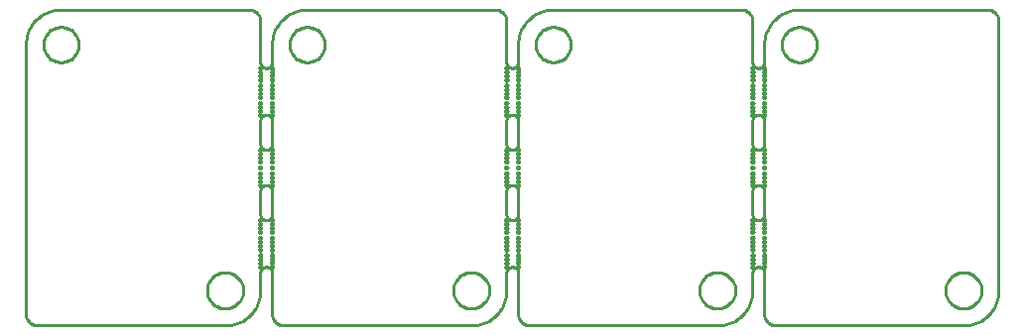
<source format=gbr>
G04 EAGLE Gerber RS-274X export*
G75*
%MOMM*%
%FSLAX34Y34*%
%LPD*%
%IN*%
%IPPOS*%
%AMOC8*
5,1,8,0,0,1.08239X$1,22.5*%
G01*
%ADD10C,0.254000*%


D10*
X0Y10000D02*
X38Y9128D01*
X152Y8264D01*
X341Y7412D01*
X603Y6580D01*
X937Y5774D01*
X1340Y5000D01*
X1808Y4264D01*
X2340Y3572D01*
X2929Y2929D01*
X3572Y2340D01*
X4264Y1808D01*
X5000Y1340D01*
X5774Y937D01*
X6580Y603D01*
X7412Y341D01*
X8264Y152D01*
X9128Y38D01*
X10000Y0D01*
X170000Y0D01*
X172615Y114D01*
X175209Y456D01*
X177765Y1022D01*
X180261Y1809D01*
X182679Y2811D01*
X185000Y4019D01*
X187207Y5425D01*
X189284Y7019D01*
X191213Y8787D01*
X192981Y10716D01*
X194575Y12793D01*
X195981Y15000D01*
X197189Y17321D01*
X198191Y19739D01*
X198978Y22235D01*
X199544Y24791D01*
X199886Y27385D01*
X200000Y30000D01*
X200000Y45000D01*
X200019Y45436D01*
X200076Y45868D01*
X200170Y46294D01*
X200302Y46710D01*
X200468Y47113D01*
X200670Y47500D01*
X200904Y47868D01*
X201170Y48214D01*
X201464Y48536D01*
X201786Y48830D01*
X202132Y49096D01*
X202500Y49330D01*
X202887Y49532D01*
X203290Y49698D01*
X203706Y49830D01*
X204132Y49924D01*
X204564Y49981D01*
X205000Y50000D01*
X205436Y49981D01*
X205868Y49924D01*
X206294Y49830D01*
X206710Y49698D01*
X207113Y49532D01*
X207500Y49330D01*
X207868Y49096D01*
X208214Y48830D01*
X208536Y48536D01*
X208830Y48214D01*
X209096Y47868D01*
X209330Y47500D01*
X209532Y47113D01*
X209698Y46710D01*
X209830Y46294D01*
X209924Y45868D01*
X209981Y45436D01*
X210000Y45000D01*
X210000Y10000D01*
X210038Y9128D01*
X210152Y8264D01*
X210341Y7412D01*
X210603Y6580D01*
X210937Y5774D01*
X211340Y5000D01*
X211808Y4264D01*
X212340Y3572D01*
X212929Y2929D01*
X213572Y2340D01*
X214264Y1808D01*
X215000Y1340D01*
X215774Y937D01*
X216580Y603D01*
X217412Y341D01*
X218264Y152D01*
X219128Y38D01*
X220000Y0D01*
X380000Y0D01*
X382615Y114D01*
X385209Y456D01*
X387765Y1022D01*
X390261Y1809D01*
X392679Y2811D01*
X395000Y4019D01*
X397207Y5425D01*
X399284Y7019D01*
X401213Y8787D01*
X402981Y10716D01*
X404575Y12793D01*
X405981Y15000D01*
X407189Y17321D01*
X408191Y19739D01*
X408978Y22235D01*
X409544Y24791D01*
X409886Y27385D01*
X410000Y30000D01*
X410000Y45000D01*
X410019Y45436D01*
X410076Y45868D01*
X410170Y46294D01*
X410302Y46710D01*
X410468Y47113D01*
X410670Y47500D01*
X410904Y47868D01*
X411170Y48214D01*
X411464Y48536D01*
X411786Y48830D01*
X412132Y49096D01*
X412500Y49330D01*
X412887Y49532D01*
X413290Y49698D01*
X413706Y49830D01*
X414132Y49924D01*
X414564Y49981D01*
X415000Y50000D01*
X415436Y49981D01*
X415868Y49924D01*
X416294Y49830D01*
X416710Y49698D01*
X417113Y49532D01*
X417500Y49330D01*
X417868Y49096D01*
X418214Y48830D01*
X418536Y48536D01*
X418830Y48214D01*
X419096Y47868D01*
X419330Y47500D01*
X419532Y47113D01*
X419698Y46710D01*
X419830Y46294D01*
X419924Y45868D01*
X419981Y45436D01*
X420000Y45000D01*
X420000Y10000D01*
X420038Y9128D01*
X420152Y8264D01*
X420341Y7412D01*
X420603Y6580D01*
X420937Y5774D01*
X421340Y5000D01*
X421808Y4264D01*
X422340Y3572D01*
X422929Y2929D01*
X423572Y2340D01*
X424264Y1808D01*
X425000Y1340D01*
X425774Y937D01*
X426580Y603D01*
X427412Y341D01*
X428264Y152D01*
X429128Y38D01*
X430000Y0D01*
X590000Y0D01*
X592615Y114D01*
X595209Y456D01*
X597765Y1022D01*
X600261Y1809D01*
X602679Y2811D01*
X605000Y4019D01*
X607207Y5425D01*
X609284Y7019D01*
X611213Y8787D01*
X612981Y10716D01*
X614575Y12793D01*
X615981Y15000D01*
X617189Y17321D01*
X618191Y19739D01*
X618978Y22235D01*
X619544Y24791D01*
X619886Y27385D01*
X620000Y30000D01*
X620000Y45000D01*
X620019Y45436D01*
X620076Y45868D01*
X620170Y46294D01*
X620302Y46710D01*
X620468Y47113D01*
X620670Y47500D01*
X620904Y47868D01*
X621170Y48214D01*
X621464Y48536D01*
X621786Y48830D01*
X622132Y49096D01*
X622500Y49330D01*
X622887Y49532D01*
X623290Y49698D01*
X623706Y49830D01*
X624132Y49924D01*
X624564Y49981D01*
X625000Y50000D01*
X625436Y49981D01*
X625868Y49924D01*
X626294Y49830D01*
X626710Y49698D01*
X627113Y49532D01*
X627500Y49330D01*
X627868Y49096D01*
X628214Y48830D01*
X628536Y48536D01*
X628830Y48214D01*
X629096Y47868D01*
X629330Y47500D01*
X629532Y47113D01*
X629698Y46710D01*
X629830Y46294D01*
X629924Y45868D01*
X629981Y45436D01*
X630000Y45000D01*
X630000Y10000D01*
X630038Y9128D01*
X630152Y8264D01*
X630341Y7412D01*
X630603Y6580D01*
X630937Y5774D01*
X631340Y5000D01*
X631808Y4264D01*
X632340Y3572D01*
X632929Y2929D01*
X633572Y2340D01*
X634264Y1808D01*
X635000Y1340D01*
X635774Y937D01*
X636580Y603D01*
X637412Y341D01*
X638264Y152D01*
X639128Y38D01*
X640000Y0D01*
X800000Y0D01*
X802615Y114D01*
X805209Y456D01*
X807765Y1022D01*
X810261Y1809D01*
X812679Y2811D01*
X815000Y4019D01*
X817207Y5425D01*
X819284Y7019D01*
X821213Y8787D01*
X822981Y10716D01*
X824575Y12793D01*
X825981Y15000D01*
X827189Y17321D01*
X828191Y19739D01*
X828978Y22235D01*
X829544Y24791D01*
X829886Y27385D01*
X830000Y30000D01*
X830000Y260000D01*
X829962Y260872D01*
X829848Y261736D01*
X829659Y262588D01*
X829397Y263420D01*
X829063Y264226D01*
X828660Y265000D01*
X828192Y265736D01*
X827660Y266428D01*
X827071Y267071D01*
X826428Y267660D01*
X825736Y268192D01*
X825000Y268660D01*
X824226Y269063D01*
X823420Y269397D01*
X822588Y269659D01*
X821736Y269848D01*
X820872Y269962D01*
X820000Y270000D01*
X660000Y270000D01*
X657385Y269886D01*
X654791Y269544D01*
X652235Y268978D01*
X649739Y268191D01*
X647321Y267189D01*
X645000Y265981D01*
X642793Y264575D01*
X640716Y262981D01*
X638787Y261213D01*
X637019Y259284D01*
X635425Y257207D01*
X634019Y255000D01*
X632811Y252679D01*
X631809Y250261D01*
X631022Y247765D01*
X630456Y245209D01*
X630114Y242615D01*
X630000Y240000D01*
X630000Y225000D01*
X629981Y224564D01*
X629924Y224132D01*
X629830Y223706D01*
X629698Y223290D01*
X629532Y222887D01*
X629330Y222500D01*
X629096Y222132D01*
X628830Y221786D01*
X628536Y221464D01*
X628214Y221170D01*
X627868Y220904D01*
X627500Y220670D01*
X627113Y220468D01*
X626710Y220302D01*
X626294Y220170D01*
X625868Y220076D01*
X625436Y220019D01*
X625000Y220000D01*
X624564Y220019D01*
X624132Y220076D01*
X623706Y220170D01*
X623290Y220302D01*
X622887Y220468D01*
X622500Y220670D01*
X622132Y220904D01*
X621786Y221170D01*
X621464Y221464D01*
X621170Y221786D01*
X620904Y222132D01*
X620670Y222500D01*
X620468Y222887D01*
X620302Y223290D01*
X620170Y223706D01*
X620076Y224132D01*
X620019Y224564D01*
X620000Y225000D01*
X620000Y260000D01*
X619962Y260872D01*
X619848Y261736D01*
X619659Y262588D01*
X619397Y263420D01*
X619063Y264226D01*
X618660Y265000D01*
X618192Y265736D01*
X617660Y266428D01*
X617071Y267071D01*
X616428Y267660D01*
X615736Y268192D01*
X615000Y268660D01*
X614226Y269063D01*
X613420Y269397D01*
X612588Y269659D01*
X611736Y269848D01*
X610872Y269962D01*
X610000Y270000D01*
X450000Y270000D01*
X447385Y269886D01*
X444791Y269544D01*
X442235Y268978D01*
X439739Y268191D01*
X437321Y267189D01*
X435000Y265981D01*
X432793Y264575D01*
X430716Y262981D01*
X428787Y261213D01*
X427019Y259284D01*
X425425Y257207D01*
X424019Y255000D01*
X422811Y252679D01*
X421809Y250261D01*
X421022Y247765D01*
X420456Y245209D01*
X420114Y242615D01*
X420000Y240000D01*
X420000Y225000D01*
X419981Y224564D01*
X419924Y224132D01*
X419830Y223706D01*
X419698Y223290D01*
X419532Y222887D01*
X419330Y222500D01*
X419096Y222132D01*
X418830Y221786D01*
X418536Y221464D01*
X418214Y221170D01*
X417868Y220904D01*
X417500Y220670D01*
X417113Y220468D01*
X416710Y220302D01*
X416294Y220170D01*
X415868Y220076D01*
X415436Y220019D01*
X415000Y220000D01*
X414564Y220019D01*
X414132Y220076D01*
X413706Y220170D01*
X413290Y220302D01*
X412887Y220468D01*
X412500Y220670D01*
X412132Y220904D01*
X411786Y221170D01*
X411464Y221464D01*
X411170Y221786D01*
X410904Y222132D01*
X410670Y222500D01*
X410468Y222887D01*
X410302Y223290D01*
X410170Y223706D01*
X410076Y224132D01*
X410019Y224564D01*
X410000Y225000D01*
X410000Y260000D01*
X409962Y260872D01*
X409848Y261736D01*
X409659Y262588D01*
X409397Y263420D01*
X409063Y264226D01*
X408660Y265000D01*
X408192Y265736D01*
X407660Y266428D01*
X407071Y267071D01*
X406428Y267660D01*
X405736Y268192D01*
X405000Y268660D01*
X404226Y269063D01*
X403420Y269397D01*
X402588Y269659D01*
X401736Y269848D01*
X400872Y269962D01*
X400000Y270000D01*
X240000Y270000D01*
X237385Y269886D01*
X234791Y269544D01*
X232235Y268978D01*
X229739Y268191D01*
X227321Y267189D01*
X225000Y265981D01*
X222793Y264575D01*
X220716Y262981D01*
X218787Y261213D01*
X217019Y259284D01*
X215425Y257207D01*
X214019Y255000D01*
X212811Y252679D01*
X211809Y250261D01*
X211022Y247765D01*
X210456Y245209D01*
X210114Y242615D01*
X210000Y240000D01*
X210000Y225000D01*
X209981Y224564D01*
X209924Y224132D01*
X209830Y223706D01*
X209698Y223290D01*
X209532Y222887D01*
X209330Y222500D01*
X209096Y222132D01*
X208830Y221786D01*
X208536Y221464D01*
X208214Y221170D01*
X207868Y220904D01*
X207500Y220670D01*
X207113Y220468D01*
X206710Y220302D01*
X206294Y220170D01*
X205868Y220076D01*
X205436Y220019D01*
X205000Y220000D01*
X204564Y220019D01*
X204132Y220076D01*
X203706Y220170D01*
X203290Y220302D01*
X202887Y220468D01*
X202500Y220670D01*
X202132Y220904D01*
X201786Y221170D01*
X201464Y221464D01*
X201170Y221786D01*
X200904Y222132D01*
X200670Y222500D01*
X200468Y222887D01*
X200302Y223290D01*
X200170Y223706D01*
X200076Y224132D01*
X200019Y224564D01*
X200000Y225000D01*
X200000Y260000D01*
X199962Y260872D01*
X199848Y261736D01*
X199659Y262588D01*
X199397Y263420D01*
X199063Y264226D01*
X198660Y265000D01*
X198192Y265736D01*
X197660Y266428D01*
X197071Y267071D01*
X196428Y267660D01*
X195736Y268192D01*
X195000Y268660D01*
X194226Y269063D01*
X193420Y269397D01*
X192588Y269659D01*
X191736Y269848D01*
X190872Y269962D01*
X190000Y270000D01*
X30000Y270000D01*
X27385Y269886D01*
X24791Y269544D01*
X22235Y268978D01*
X19739Y268191D01*
X17321Y267189D01*
X15000Y265981D01*
X12793Y264575D01*
X10716Y262981D01*
X8787Y261213D01*
X7019Y259284D01*
X5425Y257207D01*
X4019Y255000D01*
X2811Y252679D01*
X1809Y250261D01*
X1022Y247765D01*
X456Y245209D01*
X114Y242615D01*
X0Y240000D01*
X0Y10000D01*
X620000Y95000D02*
X620019Y94564D01*
X620076Y94132D01*
X620170Y93706D01*
X620302Y93290D01*
X620468Y92887D01*
X620670Y92500D01*
X620904Y92132D01*
X621170Y91786D01*
X621464Y91464D01*
X621786Y91170D01*
X622132Y90904D01*
X622500Y90670D01*
X622887Y90468D01*
X623290Y90302D01*
X623706Y90170D01*
X624132Y90076D01*
X624564Y90019D01*
X625000Y90000D01*
X625436Y90019D01*
X625868Y90076D01*
X626294Y90170D01*
X626710Y90302D01*
X627113Y90468D01*
X627500Y90670D01*
X627868Y90904D01*
X628214Y91170D01*
X628536Y91464D01*
X628830Y91786D01*
X629096Y92132D01*
X629330Y92500D01*
X629532Y92887D01*
X629698Y93290D01*
X629830Y93706D01*
X629924Y94132D01*
X629981Y94564D01*
X630000Y95000D01*
X630000Y115000D01*
X629981Y115436D01*
X629924Y115868D01*
X629830Y116294D01*
X629698Y116710D01*
X629532Y117113D01*
X629330Y117500D01*
X629096Y117868D01*
X628830Y118214D01*
X628536Y118536D01*
X628214Y118830D01*
X627868Y119096D01*
X627500Y119330D01*
X627113Y119532D01*
X626710Y119698D01*
X626294Y119830D01*
X625868Y119924D01*
X625436Y119981D01*
X625000Y120000D01*
X624564Y119981D01*
X624132Y119924D01*
X623706Y119830D01*
X623290Y119698D01*
X622887Y119532D01*
X622500Y119330D01*
X622132Y119096D01*
X621786Y118830D01*
X621464Y118536D01*
X621170Y118214D01*
X620904Y117868D01*
X620670Y117500D01*
X620468Y117113D01*
X620302Y116710D01*
X620170Y116294D01*
X620076Y115868D01*
X620019Y115436D01*
X620000Y115000D01*
X620000Y95000D01*
X620000Y155000D02*
X620019Y154564D01*
X620076Y154132D01*
X620170Y153706D01*
X620302Y153290D01*
X620468Y152887D01*
X620670Y152500D01*
X620904Y152132D01*
X621170Y151786D01*
X621464Y151464D01*
X621786Y151170D01*
X622132Y150904D01*
X622500Y150670D01*
X622887Y150468D01*
X623290Y150302D01*
X623706Y150170D01*
X624132Y150076D01*
X624564Y150019D01*
X625000Y150000D01*
X625436Y150019D01*
X625868Y150076D01*
X626294Y150170D01*
X626710Y150302D01*
X627113Y150468D01*
X627500Y150670D01*
X627868Y150904D01*
X628214Y151170D01*
X628536Y151464D01*
X628830Y151786D01*
X629096Y152132D01*
X629330Y152500D01*
X629532Y152887D01*
X629698Y153290D01*
X629830Y153706D01*
X629924Y154132D01*
X629981Y154564D01*
X630000Y155000D01*
X630000Y175000D01*
X629981Y175436D01*
X629924Y175868D01*
X629830Y176294D01*
X629698Y176710D01*
X629532Y177113D01*
X629330Y177500D01*
X629096Y177868D01*
X628830Y178214D01*
X628536Y178536D01*
X628214Y178830D01*
X627868Y179096D01*
X627500Y179330D01*
X627113Y179532D01*
X626710Y179698D01*
X626294Y179830D01*
X625868Y179924D01*
X625436Y179981D01*
X625000Y180000D01*
X624564Y179981D01*
X624132Y179924D01*
X623706Y179830D01*
X623290Y179698D01*
X622887Y179532D01*
X622500Y179330D01*
X622132Y179096D01*
X621786Y178830D01*
X621464Y178536D01*
X621170Y178214D01*
X620904Y177868D01*
X620670Y177500D01*
X620468Y177113D01*
X620302Y176710D01*
X620170Y176294D01*
X620076Y175868D01*
X620019Y175436D01*
X620000Y175000D01*
X620000Y155000D01*
X410000Y95000D02*
X410019Y94564D01*
X410076Y94132D01*
X410170Y93706D01*
X410302Y93290D01*
X410468Y92887D01*
X410670Y92500D01*
X410904Y92132D01*
X411170Y91786D01*
X411464Y91464D01*
X411786Y91170D01*
X412132Y90904D01*
X412500Y90670D01*
X412887Y90468D01*
X413290Y90302D01*
X413706Y90170D01*
X414132Y90076D01*
X414564Y90019D01*
X415000Y90000D01*
X415436Y90019D01*
X415868Y90076D01*
X416294Y90170D01*
X416710Y90302D01*
X417113Y90468D01*
X417500Y90670D01*
X417868Y90904D01*
X418214Y91170D01*
X418536Y91464D01*
X418830Y91786D01*
X419096Y92132D01*
X419330Y92500D01*
X419532Y92887D01*
X419698Y93290D01*
X419830Y93706D01*
X419924Y94132D01*
X419981Y94564D01*
X420000Y95000D01*
X420000Y115000D01*
X419981Y115436D01*
X419924Y115868D01*
X419830Y116294D01*
X419698Y116710D01*
X419532Y117113D01*
X419330Y117500D01*
X419096Y117868D01*
X418830Y118214D01*
X418536Y118536D01*
X418214Y118830D01*
X417868Y119096D01*
X417500Y119330D01*
X417113Y119532D01*
X416710Y119698D01*
X416294Y119830D01*
X415868Y119924D01*
X415436Y119981D01*
X415000Y120000D01*
X414564Y119981D01*
X414132Y119924D01*
X413706Y119830D01*
X413290Y119698D01*
X412887Y119532D01*
X412500Y119330D01*
X412132Y119096D01*
X411786Y118830D01*
X411464Y118536D01*
X411170Y118214D01*
X410904Y117868D01*
X410670Y117500D01*
X410468Y117113D01*
X410302Y116710D01*
X410170Y116294D01*
X410076Y115868D01*
X410019Y115436D01*
X410000Y115000D01*
X410000Y95000D01*
X200000Y95000D02*
X200019Y94564D01*
X200076Y94132D01*
X200170Y93706D01*
X200302Y93290D01*
X200468Y92887D01*
X200670Y92500D01*
X200904Y92132D01*
X201170Y91786D01*
X201464Y91464D01*
X201786Y91170D01*
X202132Y90904D01*
X202500Y90670D01*
X202887Y90468D01*
X203290Y90302D01*
X203706Y90170D01*
X204132Y90076D01*
X204564Y90019D01*
X205000Y90000D01*
X205436Y90019D01*
X205868Y90076D01*
X206294Y90170D01*
X206710Y90302D01*
X207113Y90468D01*
X207500Y90670D01*
X207868Y90904D01*
X208214Y91170D01*
X208536Y91464D01*
X208830Y91786D01*
X209096Y92132D01*
X209330Y92500D01*
X209532Y92887D01*
X209698Y93290D01*
X209830Y93706D01*
X209924Y94132D01*
X209981Y94564D01*
X210000Y95000D01*
X210000Y115000D01*
X209981Y115436D01*
X209924Y115868D01*
X209830Y116294D01*
X209698Y116710D01*
X209532Y117113D01*
X209330Y117500D01*
X209096Y117868D01*
X208830Y118214D01*
X208536Y118536D01*
X208214Y118830D01*
X207868Y119096D01*
X207500Y119330D01*
X207113Y119532D01*
X206710Y119698D01*
X206294Y119830D01*
X205868Y119924D01*
X205436Y119981D01*
X205000Y120000D01*
X204564Y119981D01*
X204132Y119924D01*
X203706Y119830D01*
X203290Y119698D01*
X202887Y119532D01*
X202500Y119330D01*
X202132Y119096D01*
X201786Y118830D01*
X201464Y118536D01*
X201170Y118214D01*
X200904Y117868D01*
X200670Y117500D01*
X200468Y117113D01*
X200302Y116710D01*
X200170Y116294D01*
X200076Y115868D01*
X200019Y115436D01*
X200000Y115000D01*
X200000Y95000D01*
X200000Y155000D02*
X200019Y154564D01*
X200076Y154132D01*
X200170Y153706D01*
X200302Y153290D01*
X200468Y152887D01*
X200670Y152500D01*
X200904Y152132D01*
X201170Y151786D01*
X201464Y151464D01*
X201786Y151170D01*
X202132Y150904D01*
X202500Y150670D01*
X202887Y150468D01*
X203290Y150302D01*
X203706Y150170D01*
X204132Y150076D01*
X204564Y150019D01*
X205000Y150000D01*
X205436Y150019D01*
X205868Y150076D01*
X206294Y150170D01*
X206710Y150302D01*
X207113Y150468D01*
X207500Y150670D01*
X207868Y150904D01*
X208214Y151170D01*
X208536Y151464D01*
X208830Y151786D01*
X209096Y152132D01*
X209330Y152500D01*
X209532Y152887D01*
X209698Y153290D01*
X209830Y153706D01*
X209924Y154132D01*
X209981Y154564D01*
X210000Y155000D01*
X210000Y175000D01*
X209981Y175436D01*
X209924Y175868D01*
X209830Y176294D01*
X209698Y176710D01*
X209532Y177113D01*
X209330Y177500D01*
X209096Y177868D01*
X208830Y178214D01*
X208536Y178536D01*
X208214Y178830D01*
X207868Y179096D01*
X207500Y179330D01*
X207113Y179532D01*
X206710Y179698D01*
X206294Y179830D01*
X205868Y179924D01*
X205436Y179981D01*
X205000Y180000D01*
X204564Y179981D01*
X204132Y179924D01*
X203706Y179830D01*
X203290Y179698D01*
X202887Y179532D01*
X202500Y179330D01*
X202132Y179096D01*
X201786Y178830D01*
X201464Y178536D01*
X201170Y178214D01*
X200904Y177868D01*
X200670Y177500D01*
X200468Y177113D01*
X200302Y176710D01*
X200170Y176294D01*
X200076Y175868D01*
X200019Y175436D01*
X200000Y175000D01*
X200000Y155000D01*
X410000Y155000D02*
X410019Y154564D01*
X410076Y154132D01*
X410170Y153706D01*
X410302Y153290D01*
X410468Y152887D01*
X410670Y152500D01*
X410904Y152132D01*
X411170Y151786D01*
X411464Y151464D01*
X411786Y151170D01*
X412132Y150904D01*
X412500Y150670D01*
X412887Y150468D01*
X413290Y150302D01*
X413706Y150170D01*
X414132Y150076D01*
X414564Y150019D01*
X415000Y150000D01*
X415436Y150019D01*
X415868Y150076D01*
X416294Y150170D01*
X416710Y150302D01*
X417113Y150468D01*
X417500Y150670D01*
X417868Y150904D01*
X418214Y151170D01*
X418536Y151464D01*
X418830Y151786D01*
X419096Y152132D01*
X419330Y152500D01*
X419532Y152887D01*
X419698Y153290D01*
X419830Y153706D01*
X419924Y154132D01*
X419981Y154564D01*
X420000Y155000D01*
X420000Y175000D01*
X419981Y175436D01*
X419924Y175868D01*
X419830Y176294D01*
X419698Y176710D01*
X419532Y177113D01*
X419330Y177500D01*
X419096Y177868D01*
X418830Y178214D01*
X418536Y178536D01*
X418214Y178830D01*
X417868Y179096D01*
X417500Y179330D01*
X417113Y179532D01*
X416710Y179698D01*
X416294Y179830D01*
X415868Y179924D01*
X415436Y179981D01*
X415000Y180000D01*
X414564Y179981D01*
X414132Y179924D01*
X413706Y179830D01*
X413290Y179698D01*
X412887Y179532D01*
X412500Y179330D01*
X412132Y179096D01*
X411786Y178830D01*
X411464Y178536D01*
X411170Y178214D01*
X410904Y177868D01*
X410670Y177500D01*
X410468Y177113D01*
X410302Y176710D01*
X410170Y176294D01*
X410076Y175868D01*
X410019Y175436D01*
X410000Y175000D01*
X410000Y155000D01*
X185500Y29446D02*
X185421Y28342D01*
X185263Y27246D01*
X185028Y26164D01*
X184716Y25102D01*
X184329Y24065D01*
X183869Y23058D01*
X183339Y22086D01*
X182740Y21154D01*
X182077Y20268D01*
X181352Y19431D01*
X180569Y18648D01*
X179732Y17923D01*
X178846Y17260D01*
X177914Y16661D01*
X176943Y16131D01*
X175935Y15671D01*
X174898Y15284D01*
X173836Y14972D01*
X172754Y14737D01*
X171658Y14579D01*
X170554Y14500D01*
X169446Y14500D01*
X168342Y14579D01*
X167246Y14737D01*
X166164Y14972D01*
X165102Y15284D01*
X164065Y15671D01*
X163058Y16131D01*
X162086Y16661D01*
X161154Y17260D01*
X160268Y17923D01*
X159431Y18648D01*
X158648Y19431D01*
X157923Y20268D01*
X157260Y21154D01*
X156661Y22086D01*
X156131Y23058D01*
X155671Y24065D01*
X155284Y25102D01*
X154972Y26164D01*
X154737Y27246D01*
X154579Y28342D01*
X154500Y29446D01*
X154500Y30554D01*
X154579Y31658D01*
X154737Y32754D01*
X154972Y33836D01*
X155284Y34898D01*
X155671Y35935D01*
X156131Y36943D01*
X156661Y37914D01*
X157260Y38846D01*
X157923Y39732D01*
X158648Y40569D01*
X159431Y41352D01*
X160268Y42077D01*
X161154Y42740D01*
X162086Y43339D01*
X163058Y43869D01*
X164065Y44329D01*
X165102Y44716D01*
X166164Y45028D01*
X167246Y45263D01*
X168342Y45421D01*
X169446Y45500D01*
X170554Y45500D01*
X171658Y45421D01*
X172754Y45263D01*
X173836Y45028D01*
X174898Y44716D01*
X175935Y44329D01*
X176943Y43869D01*
X177914Y43339D01*
X178846Y42740D01*
X179732Y42077D01*
X180569Y41352D01*
X181352Y40569D01*
X182077Y39732D01*
X182740Y38846D01*
X183339Y37914D01*
X183869Y36943D01*
X184329Y35935D01*
X184716Y34898D01*
X185028Y33836D01*
X185263Y32754D01*
X185421Y31658D01*
X185500Y30554D01*
X185500Y29446D01*
X45000Y239464D02*
X44924Y238396D01*
X44771Y237335D01*
X44543Y236288D01*
X44241Y235260D01*
X43867Y234256D01*
X43422Y233281D01*
X42908Y232341D01*
X42329Y231440D01*
X41687Y230582D01*
X40985Y229772D01*
X40228Y229015D01*
X39418Y228313D01*
X38560Y227671D01*
X37659Y227092D01*
X36719Y226578D01*
X35744Y226133D01*
X34740Y225759D01*
X33712Y225457D01*
X32665Y225229D01*
X31604Y225076D01*
X30536Y225000D01*
X29464Y225000D01*
X28396Y225076D01*
X27335Y225229D01*
X26288Y225457D01*
X25260Y225759D01*
X24256Y226133D01*
X23281Y226578D01*
X22341Y227092D01*
X21440Y227671D01*
X20582Y228313D01*
X19772Y229015D01*
X19015Y229772D01*
X18313Y230582D01*
X17671Y231440D01*
X17092Y232341D01*
X16578Y233281D01*
X16133Y234256D01*
X15759Y235260D01*
X15457Y236288D01*
X15229Y237335D01*
X15076Y238396D01*
X15000Y239464D01*
X15000Y240536D01*
X15076Y241604D01*
X15229Y242665D01*
X15457Y243712D01*
X15759Y244740D01*
X16133Y245744D01*
X16578Y246719D01*
X17092Y247659D01*
X17671Y248560D01*
X18313Y249418D01*
X19015Y250228D01*
X19772Y250985D01*
X20582Y251687D01*
X21440Y252329D01*
X22341Y252908D01*
X23281Y253422D01*
X24256Y253867D01*
X25260Y254241D01*
X26288Y254543D01*
X27335Y254771D01*
X28396Y254924D01*
X29464Y255000D01*
X30536Y255000D01*
X31604Y254924D01*
X32665Y254771D01*
X33712Y254543D01*
X34740Y254241D01*
X35744Y253867D01*
X36719Y253422D01*
X37659Y252908D01*
X38560Y252329D01*
X39418Y251687D01*
X40228Y250985D01*
X40985Y250228D01*
X41687Y249418D01*
X42329Y248560D01*
X42908Y247659D01*
X43422Y246719D01*
X43867Y245744D01*
X44241Y244740D01*
X44543Y243712D01*
X44771Y242665D01*
X44924Y241604D01*
X45000Y240536D01*
X45000Y239464D01*
X395500Y29446D02*
X395421Y28342D01*
X395263Y27246D01*
X395028Y26164D01*
X394716Y25102D01*
X394329Y24065D01*
X393869Y23058D01*
X393339Y22086D01*
X392740Y21154D01*
X392077Y20268D01*
X391352Y19431D01*
X390569Y18648D01*
X389732Y17923D01*
X388846Y17260D01*
X387914Y16661D01*
X386943Y16131D01*
X385935Y15671D01*
X384898Y15284D01*
X383836Y14972D01*
X382754Y14737D01*
X381658Y14579D01*
X380554Y14500D01*
X379446Y14500D01*
X378342Y14579D01*
X377246Y14737D01*
X376164Y14972D01*
X375102Y15284D01*
X374065Y15671D01*
X373058Y16131D01*
X372086Y16661D01*
X371154Y17260D01*
X370268Y17923D01*
X369431Y18648D01*
X368648Y19431D01*
X367923Y20268D01*
X367260Y21154D01*
X366661Y22086D01*
X366131Y23058D01*
X365671Y24065D01*
X365284Y25102D01*
X364972Y26164D01*
X364737Y27246D01*
X364579Y28342D01*
X364500Y29446D01*
X364500Y30554D01*
X364579Y31658D01*
X364737Y32754D01*
X364972Y33836D01*
X365284Y34898D01*
X365671Y35935D01*
X366131Y36943D01*
X366661Y37914D01*
X367260Y38846D01*
X367923Y39732D01*
X368648Y40569D01*
X369431Y41352D01*
X370268Y42077D01*
X371154Y42740D01*
X372086Y43339D01*
X373058Y43869D01*
X374065Y44329D01*
X375102Y44716D01*
X376164Y45028D01*
X377246Y45263D01*
X378342Y45421D01*
X379446Y45500D01*
X380554Y45500D01*
X381658Y45421D01*
X382754Y45263D01*
X383836Y45028D01*
X384898Y44716D01*
X385935Y44329D01*
X386943Y43869D01*
X387914Y43339D01*
X388846Y42740D01*
X389732Y42077D01*
X390569Y41352D01*
X391352Y40569D01*
X392077Y39732D01*
X392740Y38846D01*
X393339Y37914D01*
X393869Y36943D01*
X394329Y35935D01*
X394716Y34898D01*
X395028Y33836D01*
X395263Y32754D01*
X395421Y31658D01*
X395500Y30554D01*
X395500Y29446D01*
X255000Y239464D02*
X254924Y238396D01*
X254771Y237335D01*
X254543Y236288D01*
X254241Y235260D01*
X253867Y234256D01*
X253422Y233281D01*
X252908Y232341D01*
X252329Y231440D01*
X251687Y230582D01*
X250985Y229772D01*
X250228Y229015D01*
X249418Y228313D01*
X248560Y227671D01*
X247659Y227092D01*
X246719Y226578D01*
X245744Y226133D01*
X244740Y225759D01*
X243712Y225457D01*
X242665Y225229D01*
X241604Y225076D01*
X240536Y225000D01*
X239464Y225000D01*
X238396Y225076D01*
X237335Y225229D01*
X236288Y225457D01*
X235260Y225759D01*
X234256Y226133D01*
X233281Y226578D01*
X232341Y227092D01*
X231440Y227671D01*
X230582Y228313D01*
X229772Y229015D01*
X229015Y229772D01*
X228313Y230582D01*
X227671Y231440D01*
X227092Y232341D01*
X226578Y233281D01*
X226133Y234256D01*
X225759Y235260D01*
X225457Y236288D01*
X225229Y237335D01*
X225076Y238396D01*
X225000Y239464D01*
X225000Y240536D01*
X225076Y241604D01*
X225229Y242665D01*
X225457Y243712D01*
X225759Y244740D01*
X226133Y245744D01*
X226578Y246719D01*
X227092Y247659D01*
X227671Y248560D01*
X228313Y249418D01*
X229015Y250228D01*
X229772Y250985D01*
X230582Y251687D01*
X231440Y252329D01*
X232341Y252908D01*
X233281Y253422D01*
X234256Y253867D01*
X235260Y254241D01*
X236288Y254543D01*
X237335Y254771D01*
X238396Y254924D01*
X239464Y255000D01*
X240536Y255000D01*
X241604Y254924D01*
X242665Y254771D01*
X243712Y254543D01*
X244740Y254241D01*
X245744Y253867D01*
X246719Y253422D01*
X247659Y252908D01*
X248560Y252329D01*
X249418Y251687D01*
X250228Y250985D01*
X250985Y250228D01*
X251687Y249418D01*
X252329Y248560D01*
X252908Y247659D01*
X253422Y246719D01*
X253867Y245744D01*
X254241Y244740D01*
X254543Y243712D01*
X254771Y242665D01*
X254924Y241604D01*
X255000Y240536D01*
X255000Y239464D01*
X605500Y29446D02*
X605421Y28342D01*
X605263Y27246D01*
X605028Y26164D01*
X604716Y25102D01*
X604329Y24065D01*
X603869Y23058D01*
X603339Y22086D01*
X602740Y21154D01*
X602077Y20268D01*
X601352Y19431D01*
X600569Y18648D01*
X599732Y17923D01*
X598846Y17260D01*
X597914Y16661D01*
X596943Y16131D01*
X595935Y15671D01*
X594898Y15284D01*
X593836Y14972D01*
X592754Y14737D01*
X591658Y14579D01*
X590554Y14500D01*
X589446Y14500D01*
X588342Y14579D01*
X587246Y14737D01*
X586164Y14972D01*
X585102Y15284D01*
X584065Y15671D01*
X583058Y16131D01*
X582086Y16661D01*
X581154Y17260D01*
X580268Y17923D01*
X579431Y18648D01*
X578648Y19431D01*
X577923Y20268D01*
X577260Y21154D01*
X576661Y22086D01*
X576131Y23058D01*
X575671Y24065D01*
X575284Y25102D01*
X574972Y26164D01*
X574737Y27246D01*
X574579Y28342D01*
X574500Y29446D01*
X574500Y30554D01*
X574579Y31658D01*
X574737Y32754D01*
X574972Y33836D01*
X575284Y34898D01*
X575671Y35935D01*
X576131Y36943D01*
X576661Y37914D01*
X577260Y38846D01*
X577923Y39732D01*
X578648Y40569D01*
X579431Y41352D01*
X580268Y42077D01*
X581154Y42740D01*
X582086Y43339D01*
X583058Y43869D01*
X584065Y44329D01*
X585102Y44716D01*
X586164Y45028D01*
X587246Y45263D01*
X588342Y45421D01*
X589446Y45500D01*
X590554Y45500D01*
X591658Y45421D01*
X592754Y45263D01*
X593836Y45028D01*
X594898Y44716D01*
X595935Y44329D01*
X596943Y43869D01*
X597914Y43339D01*
X598846Y42740D01*
X599732Y42077D01*
X600569Y41352D01*
X601352Y40569D01*
X602077Y39732D01*
X602740Y38846D01*
X603339Y37914D01*
X603869Y36943D01*
X604329Y35935D01*
X604716Y34898D01*
X605028Y33836D01*
X605263Y32754D01*
X605421Y31658D01*
X605500Y30554D01*
X605500Y29446D01*
X465000Y239464D02*
X464924Y238396D01*
X464771Y237335D01*
X464543Y236288D01*
X464241Y235260D01*
X463867Y234256D01*
X463422Y233281D01*
X462908Y232341D01*
X462329Y231440D01*
X461687Y230582D01*
X460985Y229772D01*
X460228Y229015D01*
X459418Y228313D01*
X458560Y227671D01*
X457659Y227092D01*
X456719Y226578D01*
X455744Y226133D01*
X454740Y225759D01*
X453712Y225457D01*
X452665Y225229D01*
X451604Y225076D01*
X450536Y225000D01*
X449464Y225000D01*
X448396Y225076D01*
X447335Y225229D01*
X446288Y225457D01*
X445260Y225759D01*
X444256Y226133D01*
X443281Y226578D01*
X442341Y227092D01*
X441440Y227671D01*
X440582Y228313D01*
X439772Y229015D01*
X439015Y229772D01*
X438313Y230582D01*
X437671Y231440D01*
X437092Y232341D01*
X436578Y233281D01*
X436133Y234256D01*
X435759Y235260D01*
X435457Y236288D01*
X435229Y237335D01*
X435076Y238396D01*
X435000Y239464D01*
X435000Y240536D01*
X435076Y241604D01*
X435229Y242665D01*
X435457Y243712D01*
X435759Y244740D01*
X436133Y245744D01*
X436578Y246719D01*
X437092Y247659D01*
X437671Y248560D01*
X438313Y249418D01*
X439015Y250228D01*
X439772Y250985D01*
X440582Y251687D01*
X441440Y252329D01*
X442341Y252908D01*
X443281Y253422D01*
X444256Y253867D01*
X445260Y254241D01*
X446288Y254543D01*
X447335Y254771D01*
X448396Y254924D01*
X449464Y255000D01*
X450536Y255000D01*
X451604Y254924D01*
X452665Y254771D01*
X453712Y254543D01*
X454740Y254241D01*
X455744Y253867D01*
X456719Y253422D01*
X457659Y252908D01*
X458560Y252329D01*
X459418Y251687D01*
X460228Y250985D01*
X460985Y250228D01*
X461687Y249418D01*
X462329Y248560D01*
X462908Y247659D01*
X463422Y246719D01*
X463867Y245744D01*
X464241Y244740D01*
X464543Y243712D01*
X464771Y242665D01*
X464924Y241604D01*
X465000Y240536D01*
X465000Y239464D01*
X815500Y29446D02*
X815421Y28342D01*
X815263Y27246D01*
X815028Y26164D01*
X814716Y25102D01*
X814329Y24065D01*
X813869Y23058D01*
X813339Y22086D01*
X812740Y21154D01*
X812077Y20268D01*
X811352Y19431D01*
X810569Y18648D01*
X809732Y17923D01*
X808846Y17260D01*
X807914Y16661D01*
X806943Y16131D01*
X805935Y15671D01*
X804898Y15284D01*
X803836Y14972D01*
X802754Y14737D01*
X801658Y14579D01*
X800554Y14500D01*
X799446Y14500D01*
X798342Y14579D01*
X797246Y14737D01*
X796164Y14972D01*
X795102Y15284D01*
X794065Y15671D01*
X793058Y16131D01*
X792086Y16661D01*
X791154Y17260D01*
X790268Y17923D01*
X789431Y18648D01*
X788648Y19431D01*
X787923Y20268D01*
X787260Y21154D01*
X786661Y22086D01*
X786131Y23058D01*
X785671Y24065D01*
X785284Y25102D01*
X784972Y26164D01*
X784737Y27246D01*
X784579Y28342D01*
X784500Y29446D01*
X784500Y30554D01*
X784579Y31658D01*
X784737Y32754D01*
X784972Y33836D01*
X785284Y34898D01*
X785671Y35935D01*
X786131Y36943D01*
X786661Y37914D01*
X787260Y38846D01*
X787923Y39732D01*
X788648Y40569D01*
X789431Y41352D01*
X790268Y42077D01*
X791154Y42740D01*
X792086Y43339D01*
X793058Y43869D01*
X794065Y44329D01*
X795102Y44716D01*
X796164Y45028D01*
X797246Y45263D01*
X798342Y45421D01*
X799446Y45500D01*
X800554Y45500D01*
X801658Y45421D01*
X802754Y45263D01*
X803836Y45028D01*
X804898Y44716D01*
X805935Y44329D01*
X806943Y43869D01*
X807914Y43339D01*
X808846Y42740D01*
X809732Y42077D01*
X810569Y41352D01*
X811352Y40569D01*
X812077Y39732D01*
X812740Y38846D01*
X813339Y37914D01*
X813869Y36943D01*
X814329Y35935D01*
X814716Y34898D01*
X815028Y33836D01*
X815263Y32754D01*
X815421Y31658D01*
X815500Y30554D01*
X815500Y29446D01*
X675000Y239464D02*
X674924Y238396D01*
X674771Y237335D01*
X674543Y236288D01*
X674241Y235260D01*
X673867Y234256D01*
X673422Y233281D01*
X672908Y232341D01*
X672329Y231440D01*
X671687Y230582D01*
X670985Y229772D01*
X670228Y229015D01*
X669418Y228313D01*
X668560Y227671D01*
X667659Y227092D01*
X666719Y226578D01*
X665744Y226133D01*
X664740Y225759D01*
X663712Y225457D01*
X662665Y225229D01*
X661604Y225076D01*
X660536Y225000D01*
X659464Y225000D01*
X658396Y225076D01*
X657335Y225229D01*
X656288Y225457D01*
X655260Y225759D01*
X654256Y226133D01*
X653281Y226578D01*
X652341Y227092D01*
X651440Y227671D01*
X650582Y228313D01*
X649772Y229015D01*
X649015Y229772D01*
X648313Y230582D01*
X647671Y231440D01*
X647092Y232341D01*
X646578Y233281D01*
X646133Y234256D01*
X645759Y235260D01*
X645457Y236288D01*
X645229Y237335D01*
X645076Y238396D01*
X645000Y239464D01*
X645000Y240536D01*
X645076Y241604D01*
X645229Y242665D01*
X645457Y243712D01*
X645759Y244740D01*
X646133Y245744D01*
X646578Y246719D01*
X647092Y247659D01*
X647671Y248560D01*
X648313Y249418D01*
X649015Y250228D01*
X649772Y250985D01*
X650582Y251687D01*
X651440Y252329D01*
X652341Y252908D01*
X653281Y253422D01*
X654256Y253867D01*
X655260Y254241D01*
X656288Y254543D01*
X657335Y254771D01*
X658396Y254924D01*
X659464Y255000D01*
X660536Y255000D01*
X661604Y254924D01*
X662665Y254771D01*
X663712Y254543D01*
X664740Y254241D01*
X665744Y253867D01*
X666719Y253422D01*
X667659Y252908D01*
X668560Y252329D01*
X669418Y251687D01*
X670228Y250985D01*
X670985Y250228D01*
X671687Y249418D01*
X672329Y248560D01*
X672908Y247659D01*
X673422Y246719D01*
X673867Y245744D01*
X674241Y244740D01*
X674543Y243712D01*
X674771Y242665D01*
X674924Y241604D01*
X675000Y240536D01*
X675000Y239464D01*
X201000Y213168D02*
X200932Y212914D01*
X200800Y212686D01*
X200614Y212500D01*
X200386Y212368D01*
X200132Y212300D01*
X199868Y212300D01*
X199614Y212368D01*
X199386Y212500D01*
X199200Y212686D01*
X199068Y212914D01*
X199000Y213168D01*
X199000Y213432D01*
X199068Y213686D01*
X199200Y213914D01*
X199386Y214100D01*
X199614Y214232D01*
X199868Y214300D01*
X200132Y214300D01*
X200386Y214232D01*
X200614Y214100D01*
X200800Y213914D01*
X200932Y213686D01*
X201000Y213432D01*
X201000Y213168D01*
X201000Y216468D02*
X200932Y216214D01*
X200800Y215986D01*
X200614Y215800D01*
X200386Y215668D01*
X200132Y215600D01*
X199868Y215600D01*
X199614Y215668D01*
X199386Y215800D01*
X199200Y215986D01*
X199068Y216214D01*
X199000Y216468D01*
X199000Y216732D01*
X199068Y216986D01*
X199200Y217214D01*
X199386Y217400D01*
X199614Y217532D01*
X199868Y217600D01*
X200132Y217600D01*
X200386Y217532D01*
X200614Y217400D01*
X200800Y217214D01*
X200932Y216986D01*
X201000Y216732D01*
X201000Y216468D01*
X201000Y219868D02*
X200932Y219614D01*
X200800Y219386D01*
X200614Y219200D01*
X200386Y219068D01*
X200132Y219000D01*
X199868Y219000D01*
X199614Y219068D01*
X199386Y219200D01*
X199200Y219386D01*
X199068Y219614D01*
X199000Y219868D01*
X199000Y220132D01*
X199068Y220386D01*
X199200Y220614D01*
X199386Y220800D01*
X199614Y220932D01*
X199868Y221000D01*
X200132Y221000D01*
X200386Y220932D01*
X200614Y220800D01*
X200800Y220614D01*
X200932Y220386D01*
X201000Y220132D01*
X201000Y219868D01*
X201000Y209868D02*
X200932Y209614D01*
X200800Y209386D01*
X200614Y209200D01*
X200386Y209068D01*
X200132Y209000D01*
X199868Y209000D01*
X199614Y209068D01*
X199386Y209200D01*
X199200Y209386D01*
X199068Y209614D01*
X199000Y209868D01*
X199000Y210132D01*
X199068Y210386D01*
X199200Y210614D01*
X199386Y210800D01*
X199614Y210932D01*
X199868Y211000D01*
X200132Y211000D01*
X200386Y210932D01*
X200614Y210800D01*
X200800Y210614D01*
X200932Y210386D01*
X201000Y210132D01*
X201000Y209868D01*
X211000Y216568D02*
X210932Y216314D01*
X210800Y216086D01*
X210614Y215900D01*
X210386Y215768D01*
X210132Y215700D01*
X209868Y215700D01*
X209614Y215768D01*
X209386Y215900D01*
X209200Y216086D01*
X209068Y216314D01*
X209000Y216568D01*
X209000Y216832D01*
X209068Y217086D01*
X209200Y217314D01*
X209386Y217500D01*
X209614Y217632D01*
X209868Y217700D01*
X210132Y217700D01*
X210386Y217632D01*
X210614Y217500D01*
X210800Y217314D01*
X210932Y217086D01*
X211000Y216832D01*
X211000Y216568D01*
X211000Y213268D02*
X210932Y213014D01*
X210800Y212786D01*
X210614Y212600D01*
X210386Y212468D01*
X210132Y212400D01*
X209868Y212400D01*
X209614Y212468D01*
X209386Y212600D01*
X209200Y212786D01*
X209068Y213014D01*
X209000Y213268D01*
X209000Y213532D01*
X209068Y213786D01*
X209200Y214014D01*
X209386Y214200D01*
X209614Y214332D01*
X209868Y214400D01*
X210132Y214400D01*
X210386Y214332D01*
X210614Y214200D01*
X210800Y214014D01*
X210932Y213786D01*
X211000Y213532D01*
X211000Y213268D01*
X211000Y209868D02*
X210932Y209614D01*
X210800Y209386D01*
X210614Y209200D01*
X210386Y209068D01*
X210132Y209000D01*
X209868Y209000D01*
X209614Y209068D01*
X209386Y209200D01*
X209200Y209386D01*
X209068Y209614D01*
X209000Y209868D01*
X209000Y210132D01*
X209068Y210386D01*
X209200Y210614D01*
X209386Y210800D01*
X209614Y210932D01*
X209868Y211000D01*
X210132Y211000D01*
X210386Y210932D01*
X210614Y210800D01*
X210800Y210614D01*
X210932Y210386D01*
X211000Y210132D01*
X211000Y209868D01*
X211000Y219868D02*
X210932Y219614D01*
X210800Y219386D01*
X210614Y219200D01*
X210386Y219068D01*
X210132Y219000D01*
X209868Y219000D01*
X209614Y219068D01*
X209386Y219200D01*
X209200Y219386D01*
X209068Y219614D01*
X209000Y219868D01*
X209000Y220132D01*
X209068Y220386D01*
X209200Y220614D01*
X209386Y220800D01*
X209614Y220932D01*
X209868Y221000D01*
X210132Y221000D01*
X210386Y220932D01*
X210614Y220800D01*
X210800Y220614D01*
X210932Y220386D01*
X211000Y220132D01*
X211000Y219868D01*
X201000Y183168D02*
X200932Y182914D01*
X200800Y182686D01*
X200614Y182500D01*
X200386Y182368D01*
X200132Y182300D01*
X199868Y182300D01*
X199614Y182368D01*
X199386Y182500D01*
X199200Y182686D01*
X199068Y182914D01*
X199000Y183168D01*
X199000Y183432D01*
X199068Y183686D01*
X199200Y183914D01*
X199386Y184100D01*
X199614Y184232D01*
X199868Y184300D01*
X200132Y184300D01*
X200386Y184232D01*
X200614Y184100D01*
X200800Y183914D01*
X200932Y183686D01*
X201000Y183432D01*
X201000Y183168D01*
X201000Y186468D02*
X200932Y186214D01*
X200800Y185986D01*
X200614Y185800D01*
X200386Y185668D01*
X200132Y185600D01*
X199868Y185600D01*
X199614Y185668D01*
X199386Y185800D01*
X199200Y185986D01*
X199068Y186214D01*
X199000Y186468D01*
X199000Y186732D01*
X199068Y186986D01*
X199200Y187214D01*
X199386Y187400D01*
X199614Y187532D01*
X199868Y187600D01*
X200132Y187600D01*
X200386Y187532D01*
X200614Y187400D01*
X200800Y187214D01*
X200932Y186986D01*
X201000Y186732D01*
X201000Y186468D01*
X201000Y189868D02*
X200932Y189614D01*
X200800Y189386D01*
X200614Y189200D01*
X200386Y189068D01*
X200132Y189000D01*
X199868Y189000D01*
X199614Y189068D01*
X199386Y189200D01*
X199200Y189386D01*
X199068Y189614D01*
X199000Y189868D01*
X199000Y190132D01*
X199068Y190386D01*
X199200Y190614D01*
X199386Y190800D01*
X199614Y190932D01*
X199868Y191000D01*
X200132Y191000D01*
X200386Y190932D01*
X200614Y190800D01*
X200800Y190614D01*
X200932Y190386D01*
X201000Y190132D01*
X201000Y189868D01*
X201000Y179868D02*
X200932Y179614D01*
X200800Y179386D01*
X200614Y179200D01*
X200386Y179068D01*
X200132Y179000D01*
X199868Y179000D01*
X199614Y179068D01*
X199386Y179200D01*
X199200Y179386D01*
X199068Y179614D01*
X199000Y179868D01*
X199000Y180132D01*
X199068Y180386D01*
X199200Y180614D01*
X199386Y180800D01*
X199614Y180932D01*
X199868Y181000D01*
X200132Y181000D01*
X200386Y180932D01*
X200614Y180800D01*
X200800Y180614D01*
X200932Y180386D01*
X201000Y180132D01*
X201000Y179868D01*
X211000Y186568D02*
X210932Y186314D01*
X210800Y186086D01*
X210614Y185900D01*
X210386Y185768D01*
X210132Y185700D01*
X209868Y185700D01*
X209614Y185768D01*
X209386Y185900D01*
X209200Y186086D01*
X209068Y186314D01*
X209000Y186568D01*
X209000Y186832D01*
X209068Y187086D01*
X209200Y187314D01*
X209386Y187500D01*
X209614Y187632D01*
X209868Y187700D01*
X210132Y187700D01*
X210386Y187632D01*
X210614Y187500D01*
X210800Y187314D01*
X210932Y187086D01*
X211000Y186832D01*
X211000Y186568D01*
X211000Y183268D02*
X210932Y183014D01*
X210800Y182786D01*
X210614Y182600D01*
X210386Y182468D01*
X210132Y182400D01*
X209868Y182400D01*
X209614Y182468D01*
X209386Y182600D01*
X209200Y182786D01*
X209068Y183014D01*
X209000Y183268D01*
X209000Y183532D01*
X209068Y183786D01*
X209200Y184014D01*
X209386Y184200D01*
X209614Y184332D01*
X209868Y184400D01*
X210132Y184400D01*
X210386Y184332D01*
X210614Y184200D01*
X210800Y184014D01*
X210932Y183786D01*
X211000Y183532D01*
X211000Y183268D01*
X211000Y179868D02*
X210932Y179614D01*
X210800Y179386D01*
X210614Y179200D01*
X210386Y179068D01*
X210132Y179000D01*
X209868Y179000D01*
X209614Y179068D01*
X209386Y179200D01*
X209200Y179386D01*
X209068Y179614D01*
X209000Y179868D01*
X209000Y180132D01*
X209068Y180386D01*
X209200Y180614D01*
X209386Y180800D01*
X209614Y180932D01*
X209868Y181000D01*
X210132Y181000D01*
X210386Y180932D01*
X210614Y180800D01*
X210800Y180614D01*
X210932Y180386D01*
X211000Y180132D01*
X211000Y179868D01*
X211000Y189868D02*
X210932Y189614D01*
X210800Y189386D01*
X210614Y189200D01*
X210386Y189068D01*
X210132Y189000D01*
X209868Y189000D01*
X209614Y189068D01*
X209386Y189200D01*
X209200Y189386D01*
X209068Y189614D01*
X209000Y189868D01*
X209000Y190132D01*
X209068Y190386D01*
X209200Y190614D01*
X209386Y190800D01*
X209614Y190932D01*
X209868Y191000D01*
X210132Y191000D01*
X210386Y190932D01*
X210614Y190800D01*
X210800Y190614D01*
X210932Y190386D01*
X211000Y190132D01*
X211000Y189868D01*
X201000Y198168D02*
X200932Y197914D01*
X200800Y197686D01*
X200614Y197500D01*
X200386Y197368D01*
X200132Y197300D01*
X199868Y197300D01*
X199614Y197368D01*
X199386Y197500D01*
X199200Y197686D01*
X199068Y197914D01*
X199000Y198168D01*
X199000Y198432D01*
X199068Y198686D01*
X199200Y198914D01*
X199386Y199100D01*
X199614Y199232D01*
X199868Y199300D01*
X200132Y199300D01*
X200386Y199232D01*
X200614Y199100D01*
X200800Y198914D01*
X200932Y198686D01*
X201000Y198432D01*
X201000Y198168D01*
X201000Y201468D02*
X200932Y201214D01*
X200800Y200986D01*
X200614Y200800D01*
X200386Y200668D01*
X200132Y200600D01*
X199868Y200600D01*
X199614Y200668D01*
X199386Y200800D01*
X199200Y200986D01*
X199068Y201214D01*
X199000Y201468D01*
X199000Y201732D01*
X199068Y201986D01*
X199200Y202214D01*
X199386Y202400D01*
X199614Y202532D01*
X199868Y202600D01*
X200132Y202600D01*
X200386Y202532D01*
X200614Y202400D01*
X200800Y202214D01*
X200932Y201986D01*
X201000Y201732D01*
X201000Y201468D01*
X201000Y204868D02*
X200932Y204614D01*
X200800Y204386D01*
X200614Y204200D01*
X200386Y204068D01*
X200132Y204000D01*
X199868Y204000D01*
X199614Y204068D01*
X199386Y204200D01*
X199200Y204386D01*
X199068Y204614D01*
X199000Y204868D01*
X199000Y205132D01*
X199068Y205386D01*
X199200Y205614D01*
X199386Y205800D01*
X199614Y205932D01*
X199868Y206000D01*
X200132Y206000D01*
X200386Y205932D01*
X200614Y205800D01*
X200800Y205614D01*
X200932Y205386D01*
X201000Y205132D01*
X201000Y204868D01*
X201000Y194868D02*
X200932Y194614D01*
X200800Y194386D01*
X200614Y194200D01*
X200386Y194068D01*
X200132Y194000D01*
X199868Y194000D01*
X199614Y194068D01*
X199386Y194200D01*
X199200Y194386D01*
X199068Y194614D01*
X199000Y194868D01*
X199000Y195132D01*
X199068Y195386D01*
X199200Y195614D01*
X199386Y195800D01*
X199614Y195932D01*
X199868Y196000D01*
X200132Y196000D01*
X200386Y195932D01*
X200614Y195800D01*
X200800Y195614D01*
X200932Y195386D01*
X201000Y195132D01*
X201000Y194868D01*
X211000Y201568D02*
X210932Y201314D01*
X210800Y201086D01*
X210614Y200900D01*
X210386Y200768D01*
X210132Y200700D01*
X209868Y200700D01*
X209614Y200768D01*
X209386Y200900D01*
X209200Y201086D01*
X209068Y201314D01*
X209000Y201568D01*
X209000Y201832D01*
X209068Y202086D01*
X209200Y202314D01*
X209386Y202500D01*
X209614Y202632D01*
X209868Y202700D01*
X210132Y202700D01*
X210386Y202632D01*
X210614Y202500D01*
X210800Y202314D01*
X210932Y202086D01*
X211000Y201832D01*
X211000Y201568D01*
X211000Y198268D02*
X210932Y198014D01*
X210800Y197786D01*
X210614Y197600D01*
X210386Y197468D01*
X210132Y197400D01*
X209868Y197400D01*
X209614Y197468D01*
X209386Y197600D01*
X209200Y197786D01*
X209068Y198014D01*
X209000Y198268D01*
X209000Y198532D01*
X209068Y198786D01*
X209200Y199014D01*
X209386Y199200D01*
X209614Y199332D01*
X209868Y199400D01*
X210132Y199400D01*
X210386Y199332D01*
X210614Y199200D01*
X210800Y199014D01*
X210932Y198786D01*
X211000Y198532D01*
X211000Y198268D01*
X211000Y194868D02*
X210932Y194614D01*
X210800Y194386D01*
X210614Y194200D01*
X210386Y194068D01*
X210132Y194000D01*
X209868Y194000D01*
X209614Y194068D01*
X209386Y194200D01*
X209200Y194386D01*
X209068Y194614D01*
X209000Y194868D01*
X209000Y195132D01*
X209068Y195386D01*
X209200Y195614D01*
X209386Y195800D01*
X209614Y195932D01*
X209868Y196000D01*
X210132Y196000D01*
X210386Y195932D01*
X210614Y195800D01*
X210800Y195614D01*
X210932Y195386D01*
X211000Y195132D01*
X211000Y194868D01*
X211000Y204868D02*
X210932Y204614D01*
X210800Y204386D01*
X210614Y204200D01*
X210386Y204068D01*
X210132Y204000D01*
X209868Y204000D01*
X209614Y204068D01*
X209386Y204200D01*
X209200Y204386D01*
X209068Y204614D01*
X209000Y204868D01*
X209000Y205132D01*
X209068Y205386D01*
X209200Y205614D01*
X209386Y205800D01*
X209614Y205932D01*
X209868Y206000D01*
X210132Y206000D01*
X210386Y205932D01*
X210614Y205800D01*
X210800Y205614D01*
X210932Y205386D01*
X211000Y205132D01*
X211000Y204868D01*
X201000Y143168D02*
X200932Y142914D01*
X200800Y142686D01*
X200614Y142500D01*
X200386Y142368D01*
X200132Y142300D01*
X199868Y142300D01*
X199614Y142368D01*
X199386Y142500D01*
X199200Y142686D01*
X199068Y142914D01*
X199000Y143168D01*
X199000Y143432D01*
X199068Y143686D01*
X199200Y143914D01*
X199386Y144100D01*
X199614Y144232D01*
X199868Y144300D01*
X200132Y144300D01*
X200386Y144232D01*
X200614Y144100D01*
X200800Y143914D01*
X200932Y143686D01*
X201000Y143432D01*
X201000Y143168D01*
X201000Y146468D02*
X200932Y146214D01*
X200800Y145986D01*
X200614Y145800D01*
X200386Y145668D01*
X200132Y145600D01*
X199868Y145600D01*
X199614Y145668D01*
X199386Y145800D01*
X199200Y145986D01*
X199068Y146214D01*
X199000Y146468D01*
X199000Y146732D01*
X199068Y146986D01*
X199200Y147214D01*
X199386Y147400D01*
X199614Y147532D01*
X199868Y147600D01*
X200132Y147600D01*
X200386Y147532D01*
X200614Y147400D01*
X200800Y147214D01*
X200932Y146986D01*
X201000Y146732D01*
X201000Y146468D01*
X201000Y149868D02*
X200932Y149614D01*
X200800Y149386D01*
X200614Y149200D01*
X200386Y149068D01*
X200132Y149000D01*
X199868Y149000D01*
X199614Y149068D01*
X199386Y149200D01*
X199200Y149386D01*
X199068Y149614D01*
X199000Y149868D01*
X199000Y150132D01*
X199068Y150386D01*
X199200Y150614D01*
X199386Y150800D01*
X199614Y150932D01*
X199868Y151000D01*
X200132Y151000D01*
X200386Y150932D01*
X200614Y150800D01*
X200800Y150614D01*
X200932Y150386D01*
X201000Y150132D01*
X201000Y149868D01*
X201000Y139868D02*
X200932Y139614D01*
X200800Y139386D01*
X200614Y139200D01*
X200386Y139068D01*
X200132Y139000D01*
X199868Y139000D01*
X199614Y139068D01*
X199386Y139200D01*
X199200Y139386D01*
X199068Y139614D01*
X199000Y139868D01*
X199000Y140132D01*
X199068Y140386D01*
X199200Y140614D01*
X199386Y140800D01*
X199614Y140932D01*
X199868Y141000D01*
X200132Y141000D01*
X200386Y140932D01*
X200614Y140800D01*
X200800Y140614D01*
X200932Y140386D01*
X201000Y140132D01*
X201000Y139868D01*
X211000Y146568D02*
X210932Y146314D01*
X210800Y146086D01*
X210614Y145900D01*
X210386Y145768D01*
X210132Y145700D01*
X209868Y145700D01*
X209614Y145768D01*
X209386Y145900D01*
X209200Y146086D01*
X209068Y146314D01*
X209000Y146568D01*
X209000Y146832D01*
X209068Y147086D01*
X209200Y147314D01*
X209386Y147500D01*
X209614Y147632D01*
X209868Y147700D01*
X210132Y147700D01*
X210386Y147632D01*
X210614Y147500D01*
X210800Y147314D01*
X210932Y147086D01*
X211000Y146832D01*
X211000Y146568D01*
X211000Y143268D02*
X210932Y143014D01*
X210800Y142786D01*
X210614Y142600D01*
X210386Y142468D01*
X210132Y142400D01*
X209868Y142400D01*
X209614Y142468D01*
X209386Y142600D01*
X209200Y142786D01*
X209068Y143014D01*
X209000Y143268D01*
X209000Y143532D01*
X209068Y143786D01*
X209200Y144014D01*
X209386Y144200D01*
X209614Y144332D01*
X209868Y144400D01*
X210132Y144400D01*
X210386Y144332D01*
X210614Y144200D01*
X210800Y144014D01*
X210932Y143786D01*
X211000Y143532D01*
X211000Y143268D01*
X211000Y139868D02*
X210932Y139614D01*
X210800Y139386D01*
X210614Y139200D01*
X210386Y139068D01*
X210132Y139000D01*
X209868Y139000D01*
X209614Y139068D01*
X209386Y139200D01*
X209200Y139386D01*
X209068Y139614D01*
X209000Y139868D01*
X209000Y140132D01*
X209068Y140386D01*
X209200Y140614D01*
X209386Y140800D01*
X209614Y140932D01*
X209868Y141000D01*
X210132Y141000D01*
X210386Y140932D01*
X210614Y140800D01*
X210800Y140614D01*
X210932Y140386D01*
X211000Y140132D01*
X211000Y139868D01*
X211000Y149868D02*
X210932Y149614D01*
X210800Y149386D01*
X210614Y149200D01*
X210386Y149068D01*
X210132Y149000D01*
X209868Y149000D01*
X209614Y149068D01*
X209386Y149200D01*
X209200Y149386D01*
X209068Y149614D01*
X209000Y149868D01*
X209000Y150132D01*
X209068Y150386D01*
X209200Y150614D01*
X209386Y150800D01*
X209614Y150932D01*
X209868Y151000D01*
X210132Y151000D01*
X210386Y150932D01*
X210614Y150800D01*
X210800Y150614D01*
X210932Y150386D01*
X211000Y150132D01*
X211000Y149868D01*
X201000Y123168D02*
X200932Y122914D01*
X200800Y122686D01*
X200614Y122500D01*
X200386Y122368D01*
X200132Y122300D01*
X199868Y122300D01*
X199614Y122368D01*
X199386Y122500D01*
X199200Y122686D01*
X199068Y122914D01*
X199000Y123168D01*
X199000Y123432D01*
X199068Y123686D01*
X199200Y123914D01*
X199386Y124100D01*
X199614Y124232D01*
X199868Y124300D01*
X200132Y124300D01*
X200386Y124232D01*
X200614Y124100D01*
X200800Y123914D01*
X200932Y123686D01*
X201000Y123432D01*
X201000Y123168D01*
X201000Y126468D02*
X200932Y126214D01*
X200800Y125986D01*
X200614Y125800D01*
X200386Y125668D01*
X200132Y125600D01*
X199868Y125600D01*
X199614Y125668D01*
X199386Y125800D01*
X199200Y125986D01*
X199068Y126214D01*
X199000Y126468D01*
X199000Y126732D01*
X199068Y126986D01*
X199200Y127214D01*
X199386Y127400D01*
X199614Y127532D01*
X199868Y127600D01*
X200132Y127600D01*
X200386Y127532D01*
X200614Y127400D01*
X200800Y127214D01*
X200932Y126986D01*
X201000Y126732D01*
X201000Y126468D01*
X201000Y129868D02*
X200932Y129614D01*
X200800Y129386D01*
X200614Y129200D01*
X200386Y129068D01*
X200132Y129000D01*
X199868Y129000D01*
X199614Y129068D01*
X199386Y129200D01*
X199200Y129386D01*
X199068Y129614D01*
X199000Y129868D01*
X199000Y130132D01*
X199068Y130386D01*
X199200Y130614D01*
X199386Y130800D01*
X199614Y130932D01*
X199868Y131000D01*
X200132Y131000D01*
X200386Y130932D01*
X200614Y130800D01*
X200800Y130614D01*
X200932Y130386D01*
X201000Y130132D01*
X201000Y129868D01*
X201000Y119868D02*
X200932Y119614D01*
X200800Y119386D01*
X200614Y119200D01*
X200386Y119068D01*
X200132Y119000D01*
X199868Y119000D01*
X199614Y119068D01*
X199386Y119200D01*
X199200Y119386D01*
X199068Y119614D01*
X199000Y119868D01*
X199000Y120132D01*
X199068Y120386D01*
X199200Y120614D01*
X199386Y120800D01*
X199614Y120932D01*
X199868Y121000D01*
X200132Y121000D01*
X200386Y120932D01*
X200614Y120800D01*
X200800Y120614D01*
X200932Y120386D01*
X201000Y120132D01*
X201000Y119868D01*
X211000Y126568D02*
X210932Y126314D01*
X210800Y126086D01*
X210614Y125900D01*
X210386Y125768D01*
X210132Y125700D01*
X209868Y125700D01*
X209614Y125768D01*
X209386Y125900D01*
X209200Y126086D01*
X209068Y126314D01*
X209000Y126568D01*
X209000Y126832D01*
X209068Y127086D01*
X209200Y127314D01*
X209386Y127500D01*
X209614Y127632D01*
X209868Y127700D01*
X210132Y127700D01*
X210386Y127632D01*
X210614Y127500D01*
X210800Y127314D01*
X210932Y127086D01*
X211000Y126832D01*
X211000Y126568D01*
X211000Y123268D02*
X210932Y123014D01*
X210800Y122786D01*
X210614Y122600D01*
X210386Y122468D01*
X210132Y122400D01*
X209868Y122400D01*
X209614Y122468D01*
X209386Y122600D01*
X209200Y122786D01*
X209068Y123014D01*
X209000Y123268D01*
X209000Y123532D01*
X209068Y123786D01*
X209200Y124014D01*
X209386Y124200D01*
X209614Y124332D01*
X209868Y124400D01*
X210132Y124400D01*
X210386Y124332D01*
X210614Y124200D01*
X210800Y124014D01*
X210932Y123786D01*
X211000Y123532D01*
X211000Y123268D01*
X211000Y119868D02*
X210932Y119614D01*
X210800Y119386D01*
X210614Y119200D01*
X210386Y119068D01*
X210132Y119000D01*
X209868Y119000D01*
X209614Y119068D01*
X209386Y119200D01*
X209200Y119386D01*
X209068Y119614D01*
X209000Y119868D01*
X209000Y120132D01*
X209068Y120386D01*
X209200Y120614D01*
X209386Y120800D01*
X209614Y120932D01*
X209868Y121000D01*
X210132Y121000D01*
X210386Y120932D01*
X210614Y120800D01*
X210800Y120614D01*
X210932Y120386D01*
X211000Y120132D01*
X211000Y119868D01*
X211000Y129868D02*
X210932Y129614D01*
X210800Y129386D01*
X210614Y129200D01*
X210386Y129068D01*
X210132Y129000D01*
X209868Y129000D01*
X209614Y129068D01*
X209386Y129200D01*
X209200Y129386D01*
X209068Y129614D01*
X209000Y129868D01*
X209000Y130132D01*
X209068Y130386D01*
X209200Y130614D01*
X209386Y130800D01*
X209614Y130932D01*
X209868Y131000D01*
X210132Y131000D01*
X210386Y130932D01*
X210614Y130800D01*
X210800Y130614D01*
X210932Y130386D01*
X211000Y130132D01*
X211000Y129868D01*
X201000Y83168D02*
X200932Y82914D01*
X200800Y82686D01*
X200614Y82500D01*
X200386Y82368D01*
X200132Y82300D01*
X199868Y82300D01*
X199614Y82368D01*
X199386Y82500D01*
X199200Y82686D01*
X199068Y82914D01*
X199000Y83168D01*
X199000Y83432D01*
X199068Y83686D01*
X199200Y83914D01*
X199386Y84100D01*
X199614Y84232D01*
X199868Y84300D01*
X200132Y84300D01*
X200386Y84232D01*
X200614Y84100D01*
X200800Y83914D01*
X200932Y83686D01*
X201000Y83432D01*
X201000Y83168D01*
X201000Y86468D02*
X200932Y86214D01*
X200800Y85986D01*
X200614Y85800D01*
X200386Y85668D01*
X200132Y85600D01*
X199868Y85600D01*
X199614Y85668D01*
X199386Y85800D01*
X199200Y85986D01*
X199068Y86214D01*
X199000Y86468D01*
X199000Y86732D01*
X199068Y86986D01*
X199200Y87214D01*
X199386Y87400D01*
X199614Y87532D01*
X199868Y87600D01*
X200132Y87600D01*
X200386Y87532D01*
X200614Y87400D01*
X200800Y87214D01*
X200932Y86986D01*
X201000Y86732D01*
X201000Y86468D01*
X201000Y89868D02*
X200932Y89614D01*
X200800Y89386D01*
X200614Y89200D01*
X200386Y89068D01*
X200132Y89000D01*
X199868Y89000D01*
X199614Y89068D01*
X199386Y89200D01*
X199200Y89386D01*
X199068Y89614D01*
X199000Y89868D01*
X199000Y90132D01*
X199068Y90386D01*
X199200Y90614D01*
X199386Y90800D01*
X199614Y90932D01*
X199868Y91000D01*
X200132Y91000D01*
X200386Y90932D01*
X200614Y90800D01*
X200800Y90614D01*
X200932Y90386D01*
X201000Y90132D01*
X201000Y89868D01*
X201000Y79868D02*
X200932Y79614D01*
X200800Y79386D01*
X200614Y79200D01*
X200386Y79068D01*
X200132Y79000D01*
X199868Y79000D01*
X199614Y79068D01*
X199386Y79200D01*
X199200Y79386D01*
X199068Y79614D01*
X199000Y79868D01*
X199000Y80132D01*
X199068Y80386D01*
X199200Y80614D01*
X199386Y80800D01*
X199614Y80932D01*
X199868Y81000D01*
X200132Y81000D01*
X200386Y80932D01*
X200614Y80800D01*
X200800Y80614D01*
X200932Y80386D01*
X201000Y80132D01*
X201000Y79868D01*
X211000Y86568D02*
X210932Y86314D01*
X210800Y86086D01*
X210614Y85900D01*
X210386Y85768D01*
X210132Y85700D01*
X209868Y85700D01*
X209614Y85768D01*
X209386Y85900D01*
X209200Y86086D01*
X209068Y86314D01*
X209000Y86568D01*
X209000Y86832D01*
X209068Y87086D01*
X209200Y87314D01*
X209386Y87500D01*
X209614Y87632D01*
X209868Y87700D01*
X210132Y87700D01*
X210386Y87632D01*
X210614Y87500D01*
X210800Y87314D01*
X210932Y87086D01*
X211000Y86832D01*
X211000Y86568D01*
X211000Y83268D02*
X210932Y83014D01*
X210800Y82786D01*
X210614Y82600D01*
X210386Y82468D01*
X210132Y82400D01*
X209868Y82400D01*
X209614Y82468D01*
X209386Y82600D01*
X209200Y82786D01*
X209068Y83014D01*
X209000Y83268D01*
X209000Y83532D01*
X209068Y83786D01*
X209200Y84014D01*
X209386Y84200D01*
X209614Y84332D01*
X209868Y84400D01*
X210132Y84400D01*
X210386Y84332D01*
X210614Y84200D01*
X210800Y84014D01*
X210932Y83786D01*
X211000Y83532D01*
X211000Y83268D01*
X211000Y79868D02*
X210932Y79614D01*
X210800Y79386D01*
X210614Y79200D01*
X210386Y79068D01*
X210132Y79000D01*
X209868Y79000D01*
X209614Y79068D01*
X209386Y79200D01*
X209200Y79386D01*
X209068Y79614D01*
X209000Y79868D01*
X209000Y80132D01*
X209068Y80386D01*
X209200Y80614D01*
X209386Y80800D01*
X209614Y80932D01*
X209868Y81000D01*
X210132Y81000D01*
X210386Y80932D01*
X210614Y80800D01*
X210800Y80614D01*
X210932Y80386D01*
X211000Y80132D01*
X211000Y79868D01*
X211000Y89868D02*
X210932Y89614D01*
X210800Y89386D01*
X210614Y89200D01*
X210386Y89068D01*
X210132Y89000D01*
X209868Y89000D01*
X209614Y89068D01*
X209386Y89200D01*
X209200Y89386D01*
X209068Y89614D01*
X209000Y89868D01*
X209000Y90132D01*
X209068Y90386D01*
X209200Y90614D01*
X209386Y90800D01*
X209614Y90932D01*
X209868Y91000D01*
X210132Y91000D01*
X210386Y90932D01*
X210614Y90800D01*
X210800Y90614D01*
X210932Y90386D01*
X211000Y90132D01*
X211000Y89868D01*
X201000Y53168D02*
X200932Y52914D01*
X200800Y52686D01*
X200614Y52500D01*
X200386Y52368D01*
X200132Y52300D01*
X199868Y52300D01*
X199614Y52368D01*
X199386Y52500D01*
X199200Y52686D01*
X199068Y52914D01*
X199000Y53168D01*
X199000Y53432D01*
X199068Y53686D01*
X199200Y53914D01*
X199386Y54100D01*
X199614Y54232D01*
X199868Y54300D01*
X200132Y54300D01*
X200386Y54232D01*
X200614Y54100D01*
X200800Y53914D01*
X200932Y53686D01*
X201000Y53432D01*
X201000Y53168D01*
X201000Y56468D02*
X200932Y56214D01*
X200800Y55986D01*
X200614Y55800D01*
X200386Y55668D01*
X200132Y55600D01*
X199868Y55600D01*
X199614Y55668D01*
X199386Y55800D01*
X199200Y55986D01*
X199068Y56214D01*
X199000Y56468D01*
X199000Y56732D01*
X199068Y56986D01*
X199200Y57214D01*
X199386Y57400D01*
X199614Y57532D01*
X199868Y57600D01*
X200132Y57600D01*
X200386Y57532D01*
X200614Y57400D01*
X200800Y57214D01*
X200932Y56986D01*
X201000Y56732D01*
X201000Y56468D01*
X201000Y59868D02*
X200932Y59614D01*
X200800Y59386D01*
X200614Y59200D01*
X200386Y59068D01*
X200132Y59000D01*
X199868Y59000D01*
X199614Y59068D01*
X199386Y59200D01*
X199200Y59386D01*
X199068Y59614D01*
X199000Y59868D01*
X199000Y60132D01*
X199068Y60386D01*
X199200Y60614D01*
X199386Y60800D01*
X199614Y60932D01*
X199868Y61000D01*
X200132Y61000D01*
X200386Y60932D01*
X200614Y60800D01*
X200800Y60614D01*
X200932Y60386D01*
X201000Y60132D01*
X201000Y59868D01*
X201000Y49868D02*
X200932Y49614D01*
X200800Y49386D01*
X200614Y49200D01*
X200386Y49068D01*
X200132Y49000D01*
X199868Y49000D01*
X199614Y49068D01*
X199386Y49200D01*
X199200Y49386D01*
X199068Y49614D01*
X199000Y49868D01*
X199000Y50132D01*
X199068Y50386D01*
X199200Y50614D01*
X199386Y50800D01*
X199614Y50932D01*
X199868Y51000D01*
X200132Y51000D01*
X200386Y50932D01*
X200614Y50800D01*
X200800Y50614D01*
X200932Y50386D01*
X201000Y50132D01*
X201000Y49868D01*
X211000Y56568D02*
X210932Y56314D01*
X210800Y56086D01*
X210614Y55900D01*
X210386Y55768D01*
X210132Y55700D01*
X209868Y55700D01*
X209614Y55768D01*
X209386Y55900D01*
X209200Y56086D01*
X209068Y56314D01*
X209000Y56568D01*
X209000Y56832D01*
X209068Y57086D01*
X209200Y57314D01*
X209386Y57500D01*
X209614Y57632D01*
X209868Y57700D01*
X210132Y57700D01*
X210386Y57632D01*
X210614Y57500D01*
X210800Y57314D01*
X210932Y57086D01*
X211000Y56832D01*
X211000Y56568D01*
X211000Y53268D02*
X210932Y53014D01*
X210800Y52786D01*
X210614Y52600D01*
X210386Y52468D01*
X210132Y52400D01*
X209868Y52400D01*
X209614Y52468D01*
X209386Y52600D01*
X209200Y52786D01*
X209068Y53014D01*
X209000Y53268D01*
X209000Y53532D01*
X209068Y53786D01*
X209200Y54014D01*
X209386Y54200D01*
X209614Y54332D01*
X209868Y54400D01*
X210132Y54400D01*
X210386Y54332D01*
X210614Y54200D01*
X210800Y54014D01*
X210932Y53786D01*
X211000Y53532D01*
X211000Y53268D01*
X211000Y49868D02*
X210932Y49614D01*
X210800Y49386D01*
X210614Y49200D01*
X210386Y49068D01*
X210132Y49000D01*
X209868Y49000D01*
X209614Y49068D01*
X209386Y49200D01*
X209200Y49386D01*
X209068Y49614D01*
X209000Y49868D01*
X209000Y50132D01*
X209068Y50386D01*
X209200Y50614D01*
X209386Y50800D01*
X209614Y50932D01*
X209868Y51000D01*
X210132Y51000D01*
X210386Y50932D01*
X210614Y50800D01*
X210800Y50614D01*
X210932Y50386D01*
X211000Y50132D01*
X211000Y49868D01*
X211000Y59868D02*
X210932Y59614D01*
X210800Y59386D01*
X210614Y59200D01*
X210386Y59068D01*
X210132Y59000D01*
X209868Y59000D01*
X209614Y59068D01*
X209386Y59200D01*
X209200Y59386D01*
X209068Y59614D01*
X209000Y59868D01*
X209000Y60132D01*
X209068Y60386D01*
X209200Y60614D01*
X209386Y60800D01*
X209614Y60932D01*
X209868Y61000D01*
X210132Y61000D01*
X210386Y60932D01*
X210614Y60800D01*
X210800Y60614D01*
X210932Y60386D01*
X211000Y60132D01*
X211000Y59868D01*
X201000Y68168D02*
X200932Y67914D01*
X200800Y67686D01*
X200614Y67500D01*
X200386Y67368D01*
X200132Y67300D01*
X199868Y67300D01*
X199614Y67368D01*
X199386Y67500D01*
X199200Y67686D01*
X199068Y67914D01*
X199000Y68168D01*
X199000Y68432D01*
X199068Y68686D01*
X199200Y68914D01*
X199386Y69100D01*
X199614Y69232D01*
X199868Y69300D01*
X200132Y69300D01*
X200386Y69232D01*
X200614Y69100D01*
X200800Y68914D01*
X200932Y68686D01*
X201000Y68432D01*
X201000Y68168D01*
X201000Y71468D02*
X200932Y71214D01*
X200800Y70986D01*
X200614Y70800D01*
X200386Y70668D01*
X200132Y70600D01*
X199868Y70600D01*
X199614Y70668D01*
X199386Y70800D01*
X199200Y70986D01*
X199068Y71214D01*
X199000Y71468D01*
X199000Y71732D01*
X199068Y71986D01*
X199200Y72214D01*
X199386Y72400D01*
X199614Y72532D01*
X199868Y72600D01*
X200132Y72600D01*
X200386Y72532D01*
X200614Y72400D01*
X200800Y72214D01*
X200932Y71986D01*
X201000Y71732D01*
X201000Y71468D01*
X201000Y74868D02*
X200932Y74614D01*
X200800Y74386D01*
X200614Y74200D01*
X200386Y74068D01*
X200132Y74000D01*
X199868Y74000D01*
X199614Y74068D01*
X199386Y74200D01*
X199200Y74386D01*
X199068Y74614D01*
X199000Y74868D01*
X199000Y75132D01*
X199068Y75386D01*
X199200Y75614D01*
X199386Y75800D01*
X199614Y75932D01*
X199868Y76000D01*
X200132Y76000D01*
X200386Y75932D01*
X200614Y75800D01*
X200800Y75614D01*
X200932Y75386D01*
X201000Y75132D01*
X201000Y74868D01*
X201000Y64868D02*
X200932Y64614D01*
X200800Y64386D01*
X200614Y64200D01*
X200386Y64068D01*
X200132Y64000D01*
X199868Y64000D01*
X199614Y64068D01*
X199386Y64200D01*
X199200Y64386D01*
X199068Y64614D01*
X199000Y64868D01*
X199000Y65132D01*
X199068Y65386D01*
X199200Y65614D01*
X199386Y65800D01*
X199614Y65932D01*
X199868Y66000D01*
X200132Y66000D01*
X200386Y65932D01*
X200614Y65800D01*
X200800Y65614D01*
X200932Y65386D01*
X201000Y65132D01*
X201000Y64868D01*
X211000Y71568D02*
X210932Y71314D01*
X210800Y71086D01*
X210614Y70900D01*
X210386Y70768D01*
X210132Y70700D01*
X209868Y70700D01*
X209614Y70768D01*
X209386Y70900D01*
X209200Y71086D01*
X209068Y71314D01*
X209000Y71568D01*
X209000Y71832D01*
X209068Y72086D01*
X209200Y72314D01*
X209386Y72500D01*
X209614Y72632D01*
X209868Y72700D01*
X210132Y72700D01*
X210386Y72632D01*
X210614Y72500D01*
X210800Y72314D01*
X210932Y72086D01*
X211000Y71832D01*
X211000Y71568D01*
X211000Y68268D02*
X210932Y68014D01*
X210800Y67786D01*
X210614Y67600D01*
X210386Y67468D01*
X210132Y67400D01*
X209868Y67400D01*
X209614Y67468D01*
X209386Y67600D01*
X209200Y67786D01*
X209068Y68014D01*
X209000Y68268D01*
X209000Y68532D01*
X209068Y68786D01*
X209200Y69014D01*
X209386Y69200D01*
X209614Y69332D01*
X209868Y69400D01*
X210132Y69400D01*
X210386Y69332D01*
X210614Y69200D01*
X210800Y69014D01*
X210932Y68786D01*
X211000Y68532D01*
X211000Y68268D01*
X211000Y64868D02*
X210932Y64614D01*
X210800Y64386D01*
X210614Y64200D01*
X210386Y64068D01*
X210132Y64000D01*
X209868Y64000D01*
X209614Y64068D01*
X209386Y64200D01*
X209200Y64386D01*
X209068Y64614D01*
X209000Y64868D01*
X209000Y65132D01*
X209068Y65386D01*
X209200Y65614D01*
X209386Y65800D01*
X209614Y65932D01*
X209868Y66000D01*
X210132Y66000D01*
X210386Y65932D01*
X210614Y65800D01*
X210800Y65614D01*
X210932Y65386D01*
X211000Y65132D01*
X211000Y64868D01*
X211000Y74868D02*
X210932Y74614D01*
X210800Y74386D01*
X210614Y74200D01*
X210386Y74068D01*
X210132Y74000D01*
X209868Y74000D01*
X209614Y74068D01*
X209386Y74200D01*
X209200Y74386D01*
X209068Y74614D01*
X209000Y74868D01*
X209000Y75132D01*
X209068Y75386D01*
X209200Y75614D01*
X209386Y75800D01*
X209614Y75932D01*
X209868Y76000D01*
X210132Y76000D01*
X210386Y75932D01*
X210614Y75800D01*
X210800Y75614D01*
X210932Y75386D01*
X211000Y75132D01*
X211000Y74868D01*
X201000Y134868D02*
X200932Y134614D01*
X200800Y134386D01*
X200614Y134200D01*
X200386Y134068D01*
X200132Y134000D01*
X199868Y134000D01*
X199614Y134068D01*
X199386Y134200D01*
X199200Y134386D01*
X199068Y134614D01*
X199000Y134868D01*
X199000Y135132D01*
X199068Y135386D01*
X199200Y135614D01*
X199386Y135800D01*
X199614Y135932D01*
X199868Y136000D01*
X200132Y136000D01*
X200386Y135932D01*
X200614Y135800D01*
X200800Y135614D01*
X200932Y135386D01*
X201000Y135132D01*
X201000Y134868D01*
X211000Y134868D02*
X210932Y134614D01*
X210800Y134386D01*
X210614Y134200D01*
X210386Y134068D01*
X210132Y134000D01*
X209868Y134000D01*
X209614Y134068D01*
X209386Y134200D01*
X209200Y134386D01*
X209068Y134614D01*
X209000Y134868D01*
X209000Y135132D01*
X209068Y135386D01*
X209200Y135614D01*
X209386Y135800D01*
X209614Y135932D01*
X209868Y136000D01*
X210132Y136000D01*
X210386Y135932D01*
X210614Y135800D01*
X210800Y135614D01*
X210932Y135386D01*
X211000Y135132D01*
X211000Y134868D01*
X411000Y213168D02*
X410932Y212914D01*
X410800Y212686D01*
X410614Y212500D01*
X410386Y212368D01*
X410132Y212300D01*
X409868Y212300D01*
X409614Y212368D01*
X409386Y212500D01*
X409200Y212686D01*
X409068Y212914D01*
X409000Y213168D01*
X409000Y213432D01*
X409068Y213686D01*
X409200Y213914D01*
X409386Y214100D01*
X409614Y214232D01*
X409868Y214300D01*
X410132Y214300D01*
X410386Y214232D01*
X410614Y214100D01*
X410800Y213914D01*
X410932Y213686D01*
X411000Y213432D01*
X411000Y213168D01*
X411000Y216468D02*
X410932Y216214D01*
X410800Y215986D01*
X410614Y215800D01*
X410386Y215668D01*
X410132Y215600D01*
X409868Y215600D01*
X409614Y215668D01*
X409386Y215800D01*
X409200Y215986D01*
X409068Y216214D01*
X409000Y216468D01*
X409000Y216732D01*
X409068Y216986D01*
X409200Y217214D01*
X409386Y217400D01*
X409614Y217532D01*
X409868Y217600D01*
X410132Y217600D01*
X410386Y217532D01*
X410614Y217400D01*
X410800Y217214D01*
X410932Y216986D01*
X411000Y216732D01*
X411000Y216468D01*
X411000Y219868D02*
X410932Y219614D01*
X410800Y219386D01*
X410614Y219200D01*
X410386Y219068D01*
X410132Y219000D01*
X409868Y219000D01*
X409614Y219068D01*
X409386Y219200D01*
X409200Y219386D01*
X409068Y219614D01*
X409000Y219868D01*
X409000Y220132D01*
X409068Y220386D01*
X409200Y220614D01*
X409386Y220800D01*
X409614Y220932D01*
X409868Y221000D01*
X410132Y221000D01*
X410386Y220932D01*
X410614Y220800D01*
X410800Y220614D01*
X410932Y220386D01*
X411000Y220132D01*
X411000Y219868D01*
X411000Y209868D02*
X410932Y209614D01*
X410800Y209386D01*
X410614Y209200D01*
X410386Y209068D01*
X410132Y209000D01*
X409868Y209000D01*
X409614Y209068D01*
X409386Y209200D01*
X409200Y209386D01*
X409068Y209614D01*
X409000Y209868D01*
X409000Y210132D01*
X409068Y210386D01*
X409200Y210614D01*
X409386Y210800D01*
X409614Y210932D01*
X409868Y211000D01*
X410132Y211000D01*
X410386Y210932D01*
X410614Y210800D01*
X410800Y210614D01*
X410932Y210386D01*
X411000Y210132D01*
X411000Y209868D01*
X421000Y216568D02*
X420932Y216314D01*
X420800Y216086D01*
X420614Y215900D01*
X420386Y215768D01*
X420132Y215700D01*
X419868Y215700D01*
X419614Y215768D01*
X419386Y215900D01*
X419200Y216086D01*
X419068Y216314D01*
X419000Y216568D01*
X419000Y216832D01*
X419068Y217086D01*
X419200Y217314D01*
X419386Y217500D01*
X419614Y217632D01*
X419868Y217700D01*
X420132Y217700D01*
X420386Y217632D01*
X420614Y217500D01*
X420800Y217314D01*
X420932Y217086D01*
X421000Y216832D01*
X421000Y216568D01*
X421000Y213268D02*
X420932Y213014D01*
X420800Y212786D01*
X420614Y212600D01*
X420386Y212468D01*
X420132Y212400D01*
X419868Y212400D01*
X419614Y212468D01*
X419386Y212600D01*
X419200Y212786D01*
X419068Y213014D01*
X419000Y213268D01*
X419000Y213532D01*
X419068Y213786D01*
X419200Y214014D01*
X419386Y214200D01*
X419614Y214332D01*
X419868Y214400D01*
X420132Y214400D01*
X420386Y214332D01*
X420614Y214200D01*
X420800Y214014D01*
X420932Y213786D01*
X421000Y213532D01*
X421000Y213268D01*
X421000Y209868D02*
X420932Y209614D01*
X420800Y209386D01*
X420614Y209200D01*
X420386Y209068D01*
X420132Y209000D01*
X419868Y209000D01*
X419614Y209068D01*
X419386Y209200D01*
X419200Y209386D01*
X419068Y209614D01*
X419000Y209868D01*
X419000Y210132D01*
X419068Y210386D01*
X419200Y210614D01*
X419386Y210800D01*
X419614Y210932D01*
X419868Y211000D01*
X420132Y211000D01*
X420386Y210932D01*
X420614Y210800D01*
X420800Y210614D01*
X420932Y210386D01*
X421000Y210132D01*
X421000Y209868D01*
X421000Y219868D02*
X420932Y219614D01*
X420800Y219386D01*
X420614Y219200D01*
X420386Y219068D01*
X420132Y219000D01*
X419868Y219000D01*
X419614Y219068D01*
X419386Y219200D01*
X419200Y219386D01*
X419068Y219614D01*
X419000Y219868D01*
X419000Y220132D01*
X419068Y220386D01*
X419200Y220614D01*
X419386Y220800D01*
X419614Y220932D01*
X419868Y221000D01*
X420132Y221000D01*
X420386Y220932D01*
X420614Y220800D01*
X420800Y220614D01*
X420932Y220386D01*
X421000Y220132D01*
X421000Y219868D01*
X411000Y183168D02*
X410932Y182914D01*
X410800Y182686D01*
X410614Y182500D01*
X410386Y182368D01*
X410132Y182300D01*
X409868Y182300D01*
X409614Y182368D01*
X409386Y182500D01*
X409200Y182686D01*
X409068Y182914D01*
X409000Y183168D01*
X409000Y183432D01*
X409068Y183686D01*
X409200Y183914D01*
X409386Y184100D01*
X409614Y184232D01*
X409868Y184300D01*
X410132Y184300D01*
X410386Y184232D01*
X410614Y184100D01*
X410800Y183914D01*
X410932Y183686D01*
X411000Y183432D01*
X411000Y183168D01*
X411000Y186468D02*
X410932Y186214D01*
X410800Y185986D01*
X410614Y185800D01*
X410386Y185668D01*
X410132Y185600D01*
X409868Y185600D01*
X409614Y185668D01*
X409386Y185800D01*
X409200Y185986D01*
X409068Y186214D01*
X409000Y186468D01*
X409000Y186732D01*
X409068Y186986D01*
X409200Y187214D01*
X409386Y187400D01*
X409614Y187532D01*
X409868Y187600D01*
X410132Y187600D01*
X410386Y187532D01*
X410614Y187400D01*
X410800Y187214D01*
X410932Y186986D01*
X411000Y186732D01*
X411000Y186468D01*
X411000Y189868D02*
X410932Y189614D01*
X410800Y189386D01*
X410614Y189200D01*
X410386Y189068D01*
X410132Y189000D01*
X409868Y189000D01*
X409614Y189068D01*
X409386Y189200D01*
X409200Y189386D01*
X409068Y189614D01*
X409000Y189868D01*
X409000Y190132D01*
X409068Y190386D01*
X409200Y190614D01*
X409386Y190800D01*
X409614Y190932D01*
X409868Y191000D01*
X410132Y191000D01*
X410386Y190932D01*
X410614Y190800D01*
X410800Y190614D01*
X410932Y190386D01*
X411000Y190132D01*
X411000Y189868D01*
X411000Y179868D02*
X410932Y179614D01*
X410800Y179386D01*
X410614Y179200D01*
X410386Y179068D01*
X410132Y179000D01*
X409868Y179000D01*
X409614Y179068D01*
X409386Y179200D01*
X409200Y179386D01*
X409068Y179614D01*
X409000Y179868D01*
X409000Y180132D01*
X409068Y180386D01*
X409200Y180614D01*
X409386Y180800D01*
X409614Y180932D01*
X409868Y181000D01*
X410132Y181000D01*
X410386Y180932D01*
X410614Y180800D01*
X410800Y180614D01*
X410932Y180386D01*
X411000Y180132D01*
X411000Y179868D01*
X421000Y186568D02*
X420932Y186314D01*
X420800Y186086D01*
X420614Y185900D01*
X420386Y185768D01*
X420132Y185700D01*
X419868Y185700D01*
X419614Y185768D01*
X419386Y185900D01*
X419200Y186086D01*
X419068Y186314D01*
X419000Y186568D01*
X419000Y186832D01*
X419068Y187086D01*
X419200Y187314D01*
X419386Y187500D01*
X419614Y187632D01*
X419868Y187700D01*
X420132Y187700D01*
X420386Y187632D01*
X420614Y187500D01*
X420800Y187314D01*
X420932Y187086D01*
X421000Y186832D01*
X421000Y186568D01*
X421000Y183268D02*
X420932Y183014D01*
X420800Y182786D01*
X420614Y182600D01*
X420386Y182468D01*
X420132Y182400D01*
X419868Y182400D01*
X419614Y182468D01*
X419386Y182600D01*
X419200Y182786D01*
X419068Y183014D01*
X419000Y183268D01*
X419000Y183532D01*
X419068Y183786D01*
X419200Y184014D01*
X419386Y184200D01*
X419614Y184332D01*
X419868Y184400D01*
X420132Y184400D01*
X420386Y184332D01*
X420614Y184200D01*
X420800Y184014D01*
X420932Y183786D01*
X421000Y183532D01*
X421000Y183268D01*
X421000Y179868D02*
X420932Y179614D01*
X420800Y179386D01*
X420614Y179200D01*
X420386Y179068D01*
X420132Y179000D01*
X419868Y179000D01*
X419614Y179068D01*
X419386Y179200D01*
X419200Y179386D01*
X419068Y179614D01*
X419000Y179868D01*
X419000Y180132D01*
X419068Y180386D01*
X419200Y180614D01*
X419386Y180800D01*
X419614Y180932D01*
X419868Y181000D01*
X420132Y181000D01*
X420386Y180932D01*
X420614Y180800D01*
X420800Y180614D01*
X420932Y180386D01*
X421000Y180132D01*
X421000Y179868D01*
X421000Y189868D02*
X420932Y189614D01*
X420800Y189386D01*
X420614Y189200D01*
X420386Y189068D01*
X420132Y189000D01*
X419868Y189000D01*
X419614Y189068D01*
X419386Y189200D01*
X419200Y189386D01*
X419068Y189614D01*
X419000Y189868D01*
X419000Y190132D01*
X419068Y190386D01*
X419200Y190614D01*
X419386Y190800D01*
X419614Y190932D01*
X419868Y191000D01*
X420132Y191000D01*
X420386Y190932D01*
X420614Y190800D01*
X420800Y190614D01*
X420932Y190386D01*
X421000Y190132D01*
X421000Y189868D01*
X411000Y198168D02*
X410932Y197914D01*
X410800Y197686D01*
X410614Y197500D01*
X410386Y197368D01*
X410132Y197300D01*
X409868Y197300D01*
X409614Y197368D01*
X409386Y197500D01*
X409200Y197686D01*
X409068Y197914D01*
X409000Y198168D01*
X409000Y198432D01*
X409068Y198686D01*
X409200Y198914D01*
X409386Y199100D01*
X409614Y199232D01*
X409868Y199300D01*
X410132Y199300D01*
X410386Y199232D01*
X410614Y199100D01*
X410800Y198914D01*
X410932Y198686D01*
X411000Y198432D01*
X411000Y198168D01*
X411000Y201468D02*
X410932Y201214D01*
X410800Y200986D01*
X410614Y200800D01*
X410386Y200668D01*
X410132Y200600D01*
X409868Y200600D01*
X409614Y200668D01*
X409386Y200800D01*
X409200Y200986D01*
X409068Y201214D01*
X409000Y201468D01*
X409000Y201732D01*
X409068Y201986D01*
X409200Y202214D01*
X409386Y202400D01*
X409614Y202532D01*
X409868Y202600D01*
X410132Y202600D01*
X410386Y202532D01*
X410614Y202400D01*
X410800Y202214D01*
X410932Y201986D01*
X411000Y201732D01*
X411000Y201468D01*
X411000Y204868D02*
X410932Y204614D01*
X410800Y204386D01*
X410614Y204200D01*
X410386Y204068D01*
X410132Y204000D01*
X409868Y204000D01*
X409614Y204068D01*
X409386Y204200D01*
X409200Y204386D01*
X409068Y204614D01*
X409000Y204868D01*
X409000Y205132D01*
X409068Y205386D01*
X409200Y205614D01*
X409386Y205800D01*
X409614Y205932D01*
X409868Y206000D01*
X410132Y206000D01*
X410386Y205932D01*
X410614Y205800D01*
X410800Y205614D01*
X410932Y205386D01*
X411000Y205132D01*
X411000Y204868D01*
X411000Y194868D02*
X410932Y194614D01*
X410800Y194386D01*
X410614Y194200D01*
X410386Y194068D01*
X410132Y194000D01*
X409868Y194000D01*
X409614Y194068D01*
X409386Y194200D01*
X409200Y194386D01*
X409068Y194614D01*
X409000Y194868D01*
X409000Y195132D01*
X409068Y195386D01*
X409200Y195614D01*
X409386Y195800D01*
X409614Y195932D01*
X409868Y196000D01*
X410132Y196000D01*
X410386Y195932D01*
X410614Y195800D01*
X410800Y195614D01*
X410932Y195386D01*
X411000Y195132D01*
X411000Y194868D01*
X421000Y201568D02*
X420932Y201314D01*
X420800Y201086D01*
X420614Y200900D01*
X420386Y200768D01*
X420132Y200700D01*
X419868Y200700D01*
X419614Y200768D01*
X419386Y200900D01*
X419200Y201086D01*
X419068Y201314D01*
X419000Y201568D01*
X419000Y201832D01*
X419068Y202086D01*
X419200Y202314D01*
X419386Y202500D01*
X419614Y202632D01*
X419868Y202700D01*
X420132Y202700D01*
X420386Y202632D01*
X420614Y202500D01*
X420800Y202314D01*
X420932Y202086D01*
X421000Y201832D01*
X421000Y201568D01*
X421000Y198268D02*
X420932Y198014D01*
X420800Y197786D01*
X420614Y197600D01*
X420386Y197468D01*
X420132Y197400D01*
X419868Y197400D01*
X419614Y197468D01*
X419386Y197600D01*
X419200Y197786D01*
X419068Y198014D01*
X419000Y198268D01*
X419000Y198532D01*
X419068Y198786D01*
X419200Y199014D01*
X419386Y199200D01*
X419614Y199332D01*
X419868Y199400D01*
X420132Y199400D01*
X420386Y199332D01*
X420614Y199200D01*
X420800Y199014D01*
X420932Y198786D01*
X421000Y198532D01*
X421000Y198268D01*
X421000Y194868D02*
X420932Y194614D01*
X420800Y194386D01*
X420614Y194200D01*
X420386Y194068D01*
X420132Y194000D01*
X419868Y194000D01*
X419614Y194068D01*
X419386Y194200D01*
X419200Y194386D01*
X419068Y194614D01*
X419000Y194868D01*
X419000Y195132D01*
X419068Y195386D01*
X419200Y195614D01*
X419386Y195800D01*
X419614Y195932D01*
X419868Y196000D01*
X420132Y196000D01*
X420386Y195932D01*
X420614Y195800D01*
X420800Y195614D01*
X420932Y195386D01*
X421000Y195132D01*
X421000Y194868D01*
X421000Y204868D02*
X420932Y204614D01*
X420800Y204386D01*
X420614Y204200D01*
X420386Y204068D01*
X420132Y204000D01*
X419868Y204000D01*
X419614Y204068D01*
X419386Y204200D01*
X419200Y204386D01*
X419068Y204614D01*
X419000Y204868D01*
X419000Y205132D01*
X419068Y205386D01*
X419200Y205614D01*
X419386Y205800D01*
X419614Y205932D01*
X419868Y206000D01*
X420132Y206000D01*
X420386Y205932D01*
X420614Y205800D01*
X420800Y205614D01*
X420932Y205386D01*
X421000Y205132D01*
X421000Y204868D01*
X411000Y143168D02*
X410932Y142914D01*
X410800Y142686D01*
X410614Y142500D01*
X410386Y142368D01*
X410132Y142300D01*
X409868Y142300D01*
X409614Y142368D01*
X409386Y142500D01*
X409200Y142686D01*
X409068Y142914D01*
X409000Y143168D01*
X409000Y143432D01*
X409068Y143686D01*
X409200Y143914D01*
X409386Y144100D01*
X409614Y144232D01*
X409868Y144300D01*
X410132Y144300D01*
X410386Y144232D01*
X410614Y144100D01*
X410800Y143914D01*
X410932Y143686D01*
X411000Y143432D01*
X411000Y143168D01*
X411000Y146468D02*
X410932Y146214D01*
X410800Y145986D01*
X410614Y145800D01*
X410386Y145668D01*
X410132Y145600D01*
X409868Y145600D01*
X409614Y145668D01*
X409386Y145800D01*
X409200Y145986D01*
X409068Y146214D01*
X409000Y146468D01*
X409000Y146732D01*
X409068Y146986D01*
X409200Y147214D01*
X409386Y147400D01*
X409614Y147532D01*
X409868Y147600D01*
X410132Y147600D01*
X410386Y147532D01*
X410614Y147400D01*
X410800Y147214D01*
X410932Y146986D01*
X411000Y146732D01*
X411000Y146468D01*
X411000Y149868D02*
X410932Y149614D01*
X410800Y149386D01*
X410614Y149200D01*
X410386Y149068D01*
X410132Y149000D01*
X409868Y149000D01*
X409614Y149068D01*
X409386Y149200D01*
X409200Y149386D01*
X409068Y149614D01*
X409000Y149868D01*
X409000Y150132D01*
X409068Y150386D01*
X409200Y150614D01*
X409386Y150800D01*
X409614Y150932D01*
X409868Y151000D01*
X410132Y151000D01*
X410386Y150932D01*
X410614Y150800D01*
X410800Y150614D01*
X410932Y150386D01*
X411000Y150132D01*
X411000Y149868D01*
X411000Y139868D02*
X410932Y139614D01*
X410800Y139386D01*
X410614Y139200D01*
X410386Y139068D01*
X410132Y139000D01*
X409868Y139000D01*
X409614Y139068D01*
X409386Y139200D01*
X409200Y139386D01*
X409068Y139614D01*
X409000Y139868D01*
X409000Y140132D01*
X409068Y140386D01*
X409200Y140614D01*
X409386Y140800D01*
X409614Y140932D01*
X409868Y141000D01*
X410132Y141000D01*
X410386Y140932D01*
X410614Y140800D01*
X410800Y140614D01*
X410932Y140386D01*
X411000Y140132D01*
X411000Y139868D01*
X421000Y146568D02*
X420932Y146314D01*
X420800Y146086D01*
X420614Y145900D01*
X420386Y145768D01*
X420132Y145700D01*
X419868Y145700D01*
X419614Y145768D01*
X419386Y145900D01*
X419200Y146086D01*
X419068Y146314D01*
X419000Y146568D01*
X419000Y146832D01*
X419068Y147086D01*
X419200Y147314D01*
X419386Y147500D01*
X419614Y147632D01*
X419868Y147700D01*
X420132Y147700D01*
X420386Y147632D01*
X420614Y147500D01*
X420800Y147314D01*
X420932Y147086D01*
X421000Y146832D01*
X421000Y146568D01*
X421000Y143268D02*
X420932Y143014D01*
X420800Y142786D01*
X420614Y142600D01*
X420386Y142468D01*
X420132Y142400D01*
X419868Y142400D01*
X419614Y142468D01*
X419386Y142600D01*
X419200Y142786D01*
X419068Y143014D01*
X419000Y143268D01*
X419000Y143532D01*
X419068Y143786D01*
X419200Y144014D01*
X419386Y144200D01*
X419614Y144332D01*
X419868Y144400D01*
X420132Y144400D01*
X420386Y144332D01*
X420614Y144200D01*
X420800Y144014D01*
X420932Y143786D01*
X421000Y143532D01*
X421000Y143268D01*
X421000Y139868D02*
X420932Y139614D01*
X420800Y139386D01*
X420614Y139200D01*
X420386Y139068D01*
X420132Y139000D01*
X419868Y139000D01*
X419614Y139068D01*
X419386Y139200D01*
X419200Y139386D01*
X419068Y139614D01*
X419000Y139868D01*
X419000Y140132D01*
X419068Y140386D01*
X419200Y140614D01*
X419386Y140800D01*
X419614Y140932D01*
X419868Y141000D01*
X420132Y141000D01*
X420386Y140932D01*
X420614Y140800D01*
X420800Y140614D01*
X420932Y140386D01*
X421000Y140132D01*
X421000Y139868D01*
X421000Y149868D02*
X420932Y149614D01*
X420800Y149386D01*
X420614Y149200D01*
X420386Y149068D01*
X420132Y149000D01*
X419868Y149000D01*
X419614Y149068D01*
X419386Y149200D01*
X419200Y149386D01*
X419068Y149614D01*
X419000Y149868D01*
X419000Y150132D01*
X419068Y150386D01*
X419200Y150614D01*
X419386Y150800D01*
X419614Y150932D01*
X419868Y151000D01*
X420132Y151000D01*
X420386Y150932D01*
X420614Y150800D01*
X420800Y150614D01*
X420932Y150386D01*
X421000Y150132D01*
X421000Y149868D01*
X411000Y123168D02*
X410932Y122914D01*
X410800Y122686D01*
X410614Y122500D01*
X410386Y122368D01*
X410132Y122300D01*
X409868Y122300D01*
X409614Y122368D01*
X409386Y122500D01*
X409200Y122686D01*
X409068Y122914D01*
X409000Y123168D01*
X409000Y123432D01*
X409068Y123686D01*
X409200Y123914D01*
X409386Y124100D01*
X409614Y124232D01*
X409868Y124300D01*
X410132Y124300D01*
X410386Y124232D01*
X410614Y124100D01*
X410800Y123914D01*
X410932Y123686D01*
X411000Y123432D01*
X411000Y123168D01*
X411000Y126468D02*
X410932Y126214D01*
X410800Y125986D01*
X410614Y125800D01*
X410386Y125668D01*
X410132Y125600D01*
X409868Y125600D01*
X409614Y125668D01*
X409386Y125800D01*
X409200Y125986D01*
X409068Y126214D01*
X409000Y126468D01*
X409000Y126732D01*
X409068Y126986D01*
X409200Y127214D01*
X409386Y127400D01*
X409614Y127532D01*
X409868Y127600D01*
X410132Y127600D01*
X410386Y127532D01*
X410614Y127400D01*
X410800Y127214D01*
X410932Y126986D01*
X411000Y126732D01*
X411000Y126468D01*
X411000Y129868D02*
X410932Y129614D01*
X410800Y129386D01*
X410614Y129200D01*
X410386Y129068D01*
X410132Y129000D01*
X409868Y129000D01*
X409614Y129068D01*
X409386Y129200D01*
X409200Y129386D01*
X409068Y129614D01*
X409000Y129868D01*
X409000Y130132D01*
X409068Y130386D01*
X409200Y130614D01*
X409386Y130800D01*
X409614Y130932D01*
X409868Y131000D01*
X410132Y131000D01*
X410386Y130932D01*
X410614Y130800D01*
X410800Y130614D01*
X410932Y130386D01*
X411000Y130132D01*
X411000Y129868D01*
X411000Y119868D02*
X410932Y119614D01*
X410800Y119386D01*
X410614Y119200D01*
X410386Y119068D01*
X410132Y119000D01*
X409868Y119000D01*
X409614Y119068D01*
X409386Y119200D01*
X409200Y119386D01*
X409068Y119614D01*
X409000Y119868D01*
X409000Y120132D01*
X409068Y120386D01*
X409200Y120614D01*
X409386Y120800D01*
X409614Y120932D01*
X409868Y121000D01*
X410132Y121000D01*
X410386Y120932D01*
X410614Y120800D01*
X410800Y120614D01*
X410932Y120386D01*
X411000Y120132D01*
X411000Y119868D01*
X421000Y126568D02*
X420932Y126314D01*
X420800Y126086D01*
X420614Y125900D01*
X420386Y125768D01*
X420132Y125700D01*
X419868Y125700D01*
X419614Y125768D01*
X419386Y125900D01*
X419200Y126086D01*
X419068Y126314D01*
X419000Y126568D01*
X419000Y126832D01*
X419068Y127086D01*
X419200Y127314D01*
X419386Y127500D01*
X419614Y127632D01*
X419868Y127700D01*
X420132Y127700D01*
X420386Y127632D01*
X420614Y127500D01*
X420800Y127314D01*
X420932Y127086D01*
X421000Y126832D01*
X421000Y126568D01*
X421000Y123268D02*
X420932Y123014D01*
X420800Y122786D01*
X420614Y122600D01*
X420386Y122468D01*
X420132Y122400D01*
X419868Y122400D01*
X419614Y122468D01*
X419386Y122600D01*
X419200Y122786D01*
X419068Y123014D01*
X419000Y123268D01*
X419000Y123532D01*
X419068Y123786D01*
X419200Y124014D01*
X419386Y124200D01*
X419614Y124332D01*
X419868Y124400D01*
X420132Y124400D01*
X420386Y124332D01*
X420614Y124200D01*
X420800Y124014D01*
X420932Y123786D01*
X421000Y123532D01*
X421000Y123268D01*
X421000Y119868D02*
X420932Y119614D01*
X420800Y119386D01*
X420614Y119200D01*
X420386Y119068D01*
X420132Y119000D01*
X419868Y119000D01*
X419614Y119068D01*
X419386Y119200D01*
X419200Y119386D01*
X419068Y119614D01*
X419000Y119868D01*
X419000Y120132D01*
X419068Y120386D01*
X419200Y120614D01*
X419386Y120800D01*
X419614Y120932D01*
X419868Y121000D01*
X420132Y121000D01*
X420386Y120932D01*
X420614Y120800D01*
X420800Y120614D01*
X420932Y120386D01*
X421000Y120132D01*
X421000Y119868D01*
X421000Y129868D02*
X420932Y129614D01*
X420800Y129386D01*
X420614Y129200D01*
X420386Y129068D01*
X420132Y129000D01*
X419868Y129000D01*
X419614Y129068D01*
X419386Y129200D01*
X419200Y129386D01*
X419068Y129614D01*
X419000Y129868D01*
X419000Y130132D01*
X419068Y130386D01*
X419200Y130614D01*
X419386Y130800D01*
X419614Y130932D01*
X419868Y131000D01*
X420132Y131000D01*
X420386Y130932D01*
X420614Y130800D01*
X420800Y130614D01*
X420932Y130386D01*
X421000Y130132D01*
X421000Y129868D01*
X411000Y83168D02*
X410932Y82914D01*
X410800Y82686D01*
X410614Y82500D01*
X410386Y82368D01*
X410132Y82300D01*
X409868Y82300D01*
X409614Y82368D01*
X409386Y82500D01*
X409200Y82686D01*
X409068Y82914D01*
X409000Y83168D01*
X409000Y83432D01*
X409068Y83686D01*
X409200Y83914D01*
X409386Y84100D01*
X409614Y84232D01*
X409868Y84300D01*
X410132Y84300D01*
X410386Y84232D01*
X410614Y84100D01*
X410800Y83914D01*
X410932Y83686D01*
X411000Y83432D01*
X411000Y83168D01*
X411000Y86468D02*
X410932Y86214D01*
X410800Y85986D01*
X410614Y85800D01*
X410386Y85668D01*
X410132Y85600D01*
X409868Y85600D01*
X409614Y85668D01*
X409386Y85800D01*
X409200Y85986D01*
X409068Y86214D01*
X409000Y86468D01*
X409000Y86732D01*
X409068Y86986D01*
X409200Y87214D01*
X409386Y87400D01*
X409614Y87532D01*
X409868Y87600D01*
X410132Y87600D01*
X410386Y87532D01*
X410614Y87400D01*
X410800Y87214D01*
X410932Y86986D01*
X411000Y86732D01*
X411000Y86468D01*
X411000Y89868D02*
X410932Y89614D01*
X410800Y89386D01*
X410614Y89200D01*
X410386Y89068D01*
X410132Y89000D01*
X409868Y89000D01*
X409614Y89068D01*
X409386Y89200D01*
X409200Y89386D01*
X409068Y89614D01*
X409000Y89868D01*
X409000Y90132D01*
X409068Y90386D01*
X409200Y90614D01*
X409386Y90800D01*
X409614Y90932D01*
X409868Y91000D01*
X410132Y91000D01*
X410386Y90932D01*
X410614Y90800D01*
X410800Y90614D01*
X410932Y90386D01*
X411000Y90132D01*
X411000Y89868D01*
X411000Y79868D02*
X410932Y79614D01*
X410800Y79386D01*
X410614Y79200D01*
X410386Y79068D01*
X410132Y79000D01*
X409868Y79000D01*
X409614Y79068D01*
X409386Y79200D01*
X409200Y79386D01*
X409068Y79614D01*
X409000Y79868D01*
X409000Y80132D01*
X409068Y80386D01*
X409200Y80614D01*
X409386Y80800D01*
X409614Y80932D01*
X409868Y81000D01*
X410132Y81000D01*
X410386Y80932D01*
X410614Y80800D01*
X410800Y80614D01*
X410932Y80386D01*
X411000Y80132D01*
X411000Y79868D01*
X421000Y86568D02*
X420932Y86314D01*
X420800Y86086D01*
X420614Y85900D01*
X420386Y85768D01*
X420132Y85700D01*
X419868Y85700D01*
X419614Y85768D01*
X419386Y85900D01*
X419200Y86086D01*
X419068Y86314D01*
X419000Y86568D01*
X419000Y86832D01*
X419068Y87086D01*
X419200Y87314D01*
X419386Y87500D01*
X419614Y87632D01*
X419868Y87700D01*
X420132Y87700D01*
X420386Y87632D01*
X420614Y87500D01*
X420800Y87314D01*
X420932Y87086D01*
X421000Y86832D01*
X421000Y86568D01*
X421000Y83268D02*
X420932Y83014D01*
X420800Y82786D01*
X420614Y82600D01*
X420386Y82468D01*
X420132Y82400D01*
X419868Y82400D01*
X419614Y82468D01*
X419386Y82600D01*
X419200Y82786D01*
X419068Y83014D01*
X419000Y83268D01*
X419000Y83532D01*
X419068Y83786D01*
X419200Y84014D01*
X419386Y84200D01*
X419614Y84332D01*
X419868Y84400D01*
X420132Y84400D01*
X420386Y84332D01*
X420614Y84200D01*
X420800Y84014D01*
X420932Y83786D01*
X421000Y83532D01*
X421000Y83268D01*
X421000Y79868D02*
X420932Y79614D01*
X420800Y79386D01*
X420614Y79200D01*
X420386Y79068D01*
X420132Y79000D01*
X419868Y79000D01*
X419614Y79068D01*
X419386Y79200D01*
X419200Y79386D01*
X419068Y79614D01*
X419000Y79868D01*
X419000Y80132D01*
X419068Y80386D01*
X419200Y80614D01*
X419386Y80800D01*
X419614Y80932D01*
X419868Y81000D01*
X420132Y81000D01*
X420386Y80932D01*
X420614Y80800D01*
X420800Y80614D01*
X420932Y80386D01*
X421000Y80132D01*
X421000Y79868D01*
X421000Y89868D02*
X420932Y89614D01*
X420800Y89386D01*
X420614Y89200D01*
X420386Y89068D01*
X420132Y89000D01*
X419868Y89000D01*
X419614Y89068D01*
X419386Y89200D01*
X419200Y89386D01*
X419068Y89614D01*
X419000Y89868D01*
X419000Y90132D01*
X419068Y90386D01*
X419200Y90614D01*
X419386Y90800D01*
X419614Y90932D01*
X419868Y91000D01*
X420132Y91000D01*
X420386Y90932D01*
X420614Y90800D01*
X420800Y90614D01*
X420932Y90386D01*
X421000Y90132D01*
X421000Y89868D01*
X411000Y53168D02*
X410932Y52914D01*
X410800Y52686D01*
X410614Y52500D01*
X410386Y52368D01*
X410132Y52300D01*
X409868Y52300D01*
X409614Y52368D01*
X409386Y52500D01*
X409200Y52686D01*
X409068Y52914D01*
X409000Y53168D01*
X409000Y53432D01*
X409068Y53686D01*
X409200Y53914D01*
X409386Y54100D01*
X409614Y54232D01*
X409868Y54300D01*
X410132Y54300D01*
X410386Y54232D01*
X410614Y54100D01*
X410800Y53914D01*
X410932Y53686D01*
X411000Y53432D01*
X411000Y53168D01*
X411000Y56468D02*
X410932Y56214D01*
X410800Y55986D01*
X410614Y55800D01*
X410386Y55668D01*
X410132Y55600D01*
X409868Y55600D01*
X409614Y55668D01*
X409386Y55800D01*
X409200Y55986D01*
X409068Y56214D01*
X409000Y56468D01*
X409000Y56732D01*
X409068Y56986D01*
X409200Y57214D01*
X409386Y57400D01*
X409614Y57532D01*
X409868Y57600D01*
X410132Y57600D01*
X410386Y57532D01*
X410614Y57400D01*
X410800Y57214D01*
X410932Y56986D01*
X411000Y56732D01*
X411000Y56468D01*
X411000Y59868D02*
X410932Y59614D01*
X410800Y59386D01*
X410614Y59200D01*
X410386Y59068D01*
X410132Y59000D01*
X409868Y59000D01*
X409614Y59068D01*
X409386Y59200D01*
X409200Y59386D01*
X409068Y59614D01*
X409000Y59868D01*
X409000Y60132D01*
X409068Y60386D01*
X409200Y60614D01*
X409386Y60800D01*
X409614Y60932D01*
X409868Y61000D01*
X410132Y61000D01*
X410386Y60932D01*
X410614Y60800D01*
X410800Y60614D01*
X410932Y60386D01*
X411000Y60132D01*
X411000Y59868D01*
X411000Y49868D02*
X410932Y49614D01*
X410800Y49386D01*
X410614Y49200D01*
X410386Y49068D01*
X410132Y49000D01*
X409868Y49000D01*
X409614Y49068D01*
X409386Y49200D01*
X409200Y49386D01*
X409068Y49614D01*
X409000Y49868D01*
X409000Y50132D01*
X409068Y50386D01*
X409200Y50614D01*
X409386Y50800D01*
X409614Y50932D01*
X409868Y51000D01*
X410132Y51000D01*
X410386Y50932D01*
X410614Y50800D01*
X410800Y50614D01*
X410932Y50386D01*
X411000Y50132D01*
X411000Y49868D01*
X421000Y56568D02*
X420932Y56314D01*
X420800Y56086D01*
X420614Y55900D01*
X420386Y55768D01*
X420132Y55700D01*
X419868Y55700D01*
X419614Y55768D01*
X419386Y55900D01*
X419200Y56086D01*
X419068Y56314D01*
X419000Y56568D01*
X419000Y56832D01*
X419068Y57086D01*
X419200Y57314D01*
X419386Y57500D01*
X419614Y57632D01*
X419868Y57700D01*
X420132Y57700D01*
X420386Y57632D01*
X420614Y57500D01*
X420800Y57314D01*
X420932Y57086D01*
X421000Y56832D01*
X421000Y56568D01*
X421000Y53268D02*
X420932Y53014D01*
X420800Y52786D01*
X420614Y52600D01*
X420386Y52468D01*
X420132Y52400D01*
X419868Y52400D01*
X419614Y52468D01*
X419386Y52600D01*
X419200Y52786D01*
X419068Y53014D01*
X419000Y53268D01*
X419000Y53532D01*
X419068Y53786D01*
X419200Y54014D01*
X419386Y54200D01*
X419614Y54332D01*
X419868Y54400D01*
X420132Y54400D01*
X420386Y54332D01*
X420614Y54200D01*
X420800Y54014D01*
X420932Y53786D01*
X421000Y53532D01*
X421000Y53268D01*
X421000Y49868D02*
X420932Y49614D01*
X420800Y49386D01*
X420614Y49200D01*
X420386Y49068D01*
X420132Y49000D01*
X419868Y49000D01*
X419614Y49068D01*
X419386Y49200D01*
X419200Y49386D01*
X419068Y49614D01*
X419000Y49868D01*
X419000Y50132D01*
X419068Y50386D01*
X419200Y50614D01*
X419386Y50800D01*
X419614Y50932D01*
X419868Y51000D01*
X420132Y51000D01*
X420386Y50932D01*
X420614Y50800D01*
X420800Y50614D01*
X420932Y50386D01*
X421000Y50132D01*
X421000Y49868D01*
X421000Y59868D02*
X420932Y59614D01*
X420800Y59386D01*
X420614Y59200D01*
X420386Y59068D01*
X420132Y59000D01*
X419868Y59000D01*
X419614Y59068D01*
X419386Y59200D01*
X419200Y59386D01*
X419068Y59614D01*
X419000Y59868D01*
X419000Y60132D01*
X419068Y60386D01*
X419200Y60614D01*
X419386Y60800D01*
X419614Y60932D01*
X419868Y61000D01*
X420132Y61000D01*
X420386Y60932D01*
X420614Y60800D01*
X420800Y60614D01*
X420932Y60386D01*
X421000Y60132D01*
X421000Y59868D01*
X411000Y68168D02*
X410932Y67914D01*
X410800Y67686D01*
X410614Y67500D01*
X410386Y67368D01*
X410132Y67300D01*
X409868Y67300D01*
X409614Y67368D01*
X409386Y67500D01*
X409200Y67686D01*
X409068Y67914D01*
X409000Y68168D01*
X409000Y68432D01*
X409068Y68686D01*
X409200Y68914D01*
X409386Y69100D01*
X409614Y69232D01*
X409868Y69300D01*
X410132Y69300D01*
X410386Y69232D01*
X410614Y69100D01*
X410800Y68914D01*
X410932Y68686D01*
X411000Y68432D01*
X411000Y68168D01*
X411000Y71468D02*
X410932Y71214D01*
X410800Y70986D01*
X410614Y70800D01*
X410386Y70668D01*
X410132Y70600D01*
X409868Y70600D01*
X409614Y70668D01*
X409386Y70800D01*
X409200Y70986D01*
X409068Y71214D01*
X409000Y71468D01*
X409000Y71732D01*
X409068Y71986D01*
X409200Y72214D01*
X409386Y72400D01*
X409614Y72532D01*
X409868Y72600D01*
X410132Y72600D01*
X410386Y72532D01*
X410614Y72400D01*
X410800Y72214D01*
X410932Y71986D01*
X411000Y71732D01*
X411000Y71468D01*
X411000Y74868D02*
X410932Y74614D01*
X410800Y74386D01*
X410614Y74200D01*
X410386Y74068D01*
X410132Y74000D01*
X409868Y74000D01*
X409614Y74068D01*
X409386Y74200D01*
X409200Y74386D01*
X409068Y74614D01*
X409000Y74868D01*
X409000Y75132D01*
X409068Y75386D01*
X409200Y75614D01*
X409386Y75800D01*
X409614Y75932D01*
X409868Y76000D01*
X410132Y76000D01*
X410386Y75932D01*
X410614Y75800D01*
X410800Y75614D01*
X410932Y75386D01*
X411000Y75132D01*
X411000Y74868D01*
X411000Y64868D02*
X410932Y64614D01*
X410800Y64386D01*
X410614Y64200D01*
X410386Y64068D01*
X410132Y64000D01*
X409868Y64000D01*
X409614Y64068D01*
X409386Y64200D01*
X409200Y64386D01*
X409068Y64614D01*
X409000Y64868D01*
X409000Y65132D01*
X409068Y65386D01*
X409200Y65614D01*
X409386Y65800D01*
X409614Y65932D01*
X409868Y66000D01*
X410132Y66000D01*
X410386Y65932D01*
X410614Y65800D01*
X410800Y65614D01*
X410932Y65386D01*
X411000Y65132D01*
X411000Y64868D01*
X421000Y71568D02*
X420932Y71314D01*
X420800Y71086D01*
X420614Y70900D01*
X420386Y70768D01*
X420132Y70700D01*
X419868Y70700D01*
X419614Y70768D01*
X419386Y70900D01*
X419200Y71086D01*
X419068Y71314D01*
X419000Y71568D01*
X419000Y71832D01*
X419068Y72086D01*
X419200Y72314D01*
X419386Y72500D01*
X419614Y72632D01*
X419868Y72700D01*
X420132Y72700D01*
X420386Y72632D01*
X420614Y72500D01*
X420800Y72314D01*
X420932Y72086D01*
X421000Y71832D01*
X421000Y71568D01*
X421000Y68268D02*
X420932Y68014D01*
X420800Y67786D01*
X420614Y67600D01*
X420386Y67468D01*
X420132Y67400D01*
X419868Y67400D01*
X419614Y67468D01*
X419386Y67600D01*
X419200Y67786D01*
X419068Y68014D01*
X419000Y68268D01*
X419000Y68532D01*
X419068Y68786D01*
X419200Y69014D01*
X419386Y69200D01*
X419614Y69332D01*
X419868Y69400D01*
X420132Y69400D01*
X420386Y69332D01*
X420614Y69200D01*
X420800Y69014D01*
X420932Y68786D01*
X421000Y68532D01*
X421000Y68268D01*
X421000Y64868D02*
X420932Y64614D01*
X420800Y64386D01*
X420614Y64200D01*
X420386Y64068D01*
X420132Y64000D01*
X419868Y64000D01*
X419614Y64068D01*
X419386Y64200D01*
X419200Y64386D01*
X419068Y64614D01*
X419000Y64868D01*
X419000Y65132D01*
X419068Y65386D01*
X419200Y65614D01*
X419386Y65800D01*
X419614Y65932D01*
X419868Y66000D01*
X420132Y66000D01*
X420386Y65932D01*
X420614Y65800D01*
X420800Y65614D01*
X420932Y65386D01*
X421000Y65132D01*
X421000Y64868D01*
X421000Y74868D02*
X420932Y74614D01*
X420800Y74386D01*
X420614Y74200D01*
X420386Y74068D01*
X420132Y74000D01*
X419868Y74000D01*
X419614Y74068D01*
X419386Y74200D01*
X419200Y74386D01*
X419068Y74614D01*
X419000Y74868D01*
X419000Y75132D01*
X419068Y75386D01*
X419200Y75614D01*
X419386Y75800D01*
X419614Y75932D01*
X419868Y76000D01*
X420132Y76000D01*
X420386Y75932D01*
X420614Y75800D01*
X420800Y75614D01*
X420932Y75386D01*
X421000Y75132D01*
X421000Y74868D01*
X411000Y134868D02*
X410932Y134614D01*
X410800Y134386D01*
X410614Y134200D01*
X410386Y134068D01*
X410132Y134000D01*
X409868Y134000D01*
X409614Y134068D01*
X409386Y134200D01*
X409200Y134386D01*
X409068Y134614D01*
X409000Y134868D01*
X409000Y135132D01*
X409068Y135386D01*
X409200Y135614D01*
X409386Y135800D01*
X409614Y135932D01*
X409868Y136000D01*
X410132Y136000D01*
X410386Y135932D01*
X410614Y135800D01*
X410800Y135614D01*
X410932Y135386D01*
X411000Y135132D01*
X411000Y134868D01*
X421000Y134868D02*
X420932Y134614D01*
X420800Y134386D01*
X420614Y134200D01*
X420386Y134068D01*
X420132Y134000D01*
X419868Y134000D01*
X419614Y134068D01*
X419386Y134200D01*
X419200Y134386D01*
X419068Y134614D01*
X419000Y134868D01*
X419000Y135132D01*
X419068Y135386D01*
X419200Y135614D01*
X419386Y135800D01*
X419614Y135932D01*
X419868Y136000D01*
X420132Y136000D01*
X420386Y135932D01*
X420614Y135800D01*
X420800Y135614D01*
X420932Y135386D01*
X421000Y135132D01*
X421000Y134868D01*
X621000Y213168D02*
X620932Y212914D01*
X620800Y212686D01*
X620614Y212500D01*
X620386Y212368D01*
X620132Y212300D01*
X619868Y212300D01*
X619614Y212368D01*
X619386Y212500D01*
X619200Y212686D01*
X619068Y212914D01*
X619000Y213168D01*
X619000Y213432D01*
X619068Y213686D01*
X619200Y213914D01*
X619386Y214100D01*
X619614Y214232D01*
X619868Y214300D01*
X620132Y214300D01*
X620386Y214232D01*
X620614Y214100D01*
X620800Y213914D01*
X620932Y213686D01*
X621000Y213432D01*
X621000Y213168D01*
X621000Y216468D02*
X620932Y216214D01*
X620800Y215986D01*
X620614Y215800D01*
X620386Y215668D01*
X620132Y215600D01*
X619868Y215600D01*
X619614Y215668D01*
X619386Y215800D01*
X619200Y215986D01*
X619068Y216214D01*
X619000Y216468D01*
X619000Y216732D01*
X619068Y216986D01*
X619200Y217214D01*
X619386Y217400D01*
X619614Y217532D01*
X619868Y217600D01*
X620132Y217600D01*
X620386Y217532D01*
X620614Y217400D01*
X620800Y217214D01*
X620932Y216986D01*
X621000Y216732D01*
X621000Y216468D01*
X621000Y219868D02*
X620932Y219614D01*
X620800Y219386D01*
X620614Y219200D01*
X620386Y219068D01*
X620132Y219000D01*
X619868Y219000D01*
X619614Y219068D01*
X619386Y219200D01*
X619200Y219386D01*
X619068Y219614D01*
X619000Y219868D01*
X619000Y220132D01*
X619068Y220386D01*
X619200Y220614D01*
X619386Y220800D01*
X619614Y220932D01*
X619868Y221000D01*
X620132Y221000D01*
X620386Y220932D01*
X620614Y220800D01*
X620800Y220614D01*
X620932Y220386D01*
X621000Y220132D01*
X621000Y219868D01*
X621000Y209868D02*
X620932Y209614D01*
X620800Y209386D01*
X620614Y209200D01*
X620386Y209068D01*
X620132Y209000D01*
X619868Y209000D01*
X619614Y209068D01*
X619386Y209200D01*
X619200Y209386D01*
X619068Y209614D01*
X619000Y209868D01*
X619000Y210132D01*
X619068Y210386D01*
X619200Y210614D01*
X619386Y210800D01*
X619614Y210932D01*
X619868Y211000D01*
X620132Y211000D01*
X620386Y210932D01*
X620614Y210800D01*
X620800Y210614D01*
X620932Y210386D01*
X621000Y210132D01*
X621000Y209868D01*
X631000Y216568D02*
X630932Y216314D01*
X630800Y216086D01*
X630614Y215900D01*
X630386Y215768D01*
X630132Y215700D01*
X629868Y215700D01*
X629614Y215768D01*
X629386Y215900D01*
X629200Y216086D01*
X629068Y216314D01*
X629000Y216568D01*
X629000Y216832D01*
X629068Y217086D01*
X629200Y217314D01*
X629386Y217500D01*
X629614Y217632D01*
X629868Y217700D01*
X630132Y217700D01*
X630386Y217632D01*
X630614Y217500D01*
X630800Y217314D01*
X630932Y217086D01*
X631000Y216832D01*
X631000Y216568D01*
X631000Y213268D02*
X630932Y213014D01*
X630800Y212786D01*
X630614Y212600D01*
X630386Y212468D01*
X630132Y212400D01*
X629868Y212400D01*
X629614Y212468D01*
X629386Y212600D01*
X629200Y212786D01*
X629068Y213014D01*
X629000Y213268D01*
X629000Y213532D01*
X629068Y213786D01*
X629200Y214014D01*
X629386Y214200D01*
X629614Y214332D01*
X629868Y214400D01*
X630132Y214400D01*
X630386Y214332D01*
X630614Y214200D01*
X630800Y214014D01*
X630932Y213786D01*
X631000Y213532D01*
X631000Y213268D01*
X631000Y209868D02*
X630932Y209614D01*
X630800Y209386D01*
X630614Y209200D01*
X630386Y209068D01*
X630132Y209000D01*
X629868Y209000D01*
X629614Y209068D01*
X629386Y209200D01*
X629200Y209386D01*
X629068Y209614D01*
X629000Y209868D01*
X629000Y210132D01*
X629068Y210386D01*
X629200Y210614D01*
X629386Y210800D01*
X629614Y210932D01*
X629868Y211000D01*
X630132Y211000D01*
X630386Y210932D01*
X630614Y210800D01*
X630800Y210614D01*
X630932Y210386D01*
X631000Y210132D01*
X631000Y209868D01*
X631000Y219868D02*
X630932Y219614D01*
X630800Y219386D01*
X630614Y219200D01*
X630386Y219068D01*
X630132Y219000D01*
X629868Y219000D01*
X629614Y219068D01*
X629386Y219200D01*
X629200Y219386D01*
X629068Y219614D01*
X629000Y219868D01*
X629000Y220132D01*
X629068Y220386D01*
X629200Y220614D01*
X629386Y220800D01*
X629614Y220932D01*
X629868Y221000D01*
X630132Y221000D01*
X630386Y220932D01*
X630614Y220800D01*
X630800Y220614D01*
X630932Y220386D01*
X631000Y220132D01*
X631000Y219868D01*
X621000Y183168D02*
X620932Y182914D01*
X620800Y182686D01*
X620614Y182500D01*
X620386Y182368D01*
X620132Y182300D01*
X619868Y182300D01*
X619614Y182368D01*
X619386Y182500D01*
X619200Y182686D01*
X619068Y182914D01*
X619000Y183168D01*
X619000Y183432D01*
X619068Y183686D01*
X619200Y183914D01*
X619386Y184100D01*
X619614Y184232D01*
X619868Y184300D01*
X620132Y184300D01*
X620386Y184232D01*
X620614Y184100D01*
X620800Y183914D01*
X620932Y183686D01*
X621000Y183432D01*
X621000Y183168D01*
X621000Y186468D02*
X620932Y186214D01*
X620800Y185986D01*
X620614Y185800D01*
X620386Y185668D01*
X620132Y185600D01*
X619868Y185600D01*
X619614Y185668D01*
X619386Y185800D01*
X619200Y185986D01*
X619068Y186214D01*
X619000Y186468D01*
X619000Y186732D01*
X619068Y186986D01*
X619200Y187214D01*
X619386Y187400D01*
X619614Y187532D01*
X619868Y187600D01*
X620132Y187600D01*
X620386Y187532D01*
X620614Y187400D01*
X620800Y187214D01*
X620932Y186986D01*
X621000Y186732D01*
X621000Y186468D01*
X621000Y189868D02*
X620932Y189614D01*
X620800Y189386D01*
X620614Y189200D01*
X620386Y189068D01*
X620132Y189000D01*
X619868Y189000D01*
X619614Y189068D01*
X619386Y189200D01*
X619200Y189386D01*
X619068Y189614D01*
X619000Y189868D01*
X619000Y190132D01*
X619068Y190386D01*
X619200Y190614D01*
X619386Y190800D01*
X619614Y190932D01*
X619868Y191000D01*
X620132Y191000D01*
X620386Y190932D01*
X620614Y190800D01*
X620800Y190614D01*
X620932Y190386D01*
X621000Y190132D01*
X621000Y189868D01*
X621000Y179868D02*
X620932Y179614D01*
X620800Y179386D01*
X620614Y179200D01*
X620386Y179068D01*
X620132Y179000D01*
X619868Y179000D01*
X619614Y179068D01*
X619386Y179200D01*
X619200Y179386D01*
X619068Y179614D01*
X619000Y179868D01*
X619000Y180132D01*
X619068Y180386D01*
X619200Y180614D01*
X619386Y180800D01*
X619614Y180932D01*
X619868Y181000D01*
X620132Y181000D01*
X620386Y180932D01*
X620614Y180800D01*
X620800Y180614D01*
X620932Y180386D01*
X621000Y180132D01*
X621000Y179868D01*
X631000Y186568D02*
X630932Y186314D01*
X630800Y186086D01*
X630614Y185900D01*
X630386Y185768D01*
X630132Y185700D01*
X629868Y185700D01*
X629614Y185768D01*
X629386Y185900D01*
X629200Y186086D01*
X629068Y186314D01*
X629000Y186568D01*
X629000Y186832D01*
X629068Y187086D01*
X629200Y187314D01*
X629386Y187500D01*
X629614Y187632D01*
X629868Y187700D01*
X630132Y187700D01*
X630386Y187632D01*
X630614Y187500D01*
X630800Y187314D01*
X630932Y187086D01*
X631000Y186832D01*
X631000Y186568D01*
X631000Y183268D02*
X630932Y183014D01*
X630800Y182786D01*
X630614Y182600D01*
X630386Y182468D01*
X630132Y182400D01*
X629868Y182400D01*
X629614Y182468D01*
X629386Y182600D01*
X629200Y182786D01*
X629068Y183014D01*
X629000Y183268D01*
X629000Y183532D01*
X629068Y183786D01*
X629200Y184014D01*
X629386Y184200D01*
X629614Y184332D01*
X629868Y184400D01*
X630132Y184400D01*
X630386Y184332D01*
X630614Y184200D01*
X630800Y184014D01*
X630932Y183786D01*
X631000Y183532D01*
X631000Y183268D01*
X631000Y179868D02*
X630932Y179614D01*
X630800Y179386D01*
X630614Y179200D01*
X630386Y179068D01*
X630132Y179000D01*
X629868Y179000D01*
X629614Y179068D01*
X629386Y179200D01*
X629200Y179386D01*
X629068Y179614D01*
X629000Y179868D01*
X629000Y180132D01*
X629068Y180386D01*
X629200Y180614D01*
X629386Y180800D01*
X629614Y180932D01*
X629868Y181000D01*
X630132Y181000D01*
X630386Y180932D01*
X630614Y180800D01*
X630800Y180614D01*
X630932Y180386D01*
X631000Y180132D01*
X631000Y179868D01*
X631000Y189868D02*
X630932Y189614D01*
X630800Y189386D01*
X630614Y189200D01*
X630386Y189068D01*
X630132Y189000D01*
X629868Y189000D01*
X629614Y189068D01*
X629386Y189200D01*
X629200Y189386D01*
X629068Y189614D01*
X629000Y189868D01*
X629000Y190132D01*
X629068Y190386D01*
X629200Y190614D01*
X629386Y190800D01*
X629614Y190932D01*
X629868Y191000D01*
X630132Y191000D01*
X630386Y190932D01*
X630614Y190800D01*
X630800Y190614D01*
X630932Y190386D01*
X631000Y190132D01*
X631000Y189868D01*
X621000Y198168D02*
X620932Y197914D01*
X620800Y197686D01*
X620614Y197500D01*
X620386Y197368D01*
X620132Y197300D01*
X619868Y197300D01*
X619614Y197368D01*
X619386Y197500D01*
X619200Y197686D01*
X619068Y197914D01*
X619000Y198168D01*
X619000Y198432D01*
X619068Y198686D01*
X619200Y198914D01*
X619386Y199100D01*
X619614Y199232D01*
X619868Y199300D01*
X620132Y199300D01*
X620386Y199232D01*
X620614Y199100D01*
X620800Y198914D01*
X620932Y198686D01*
X621000Y198432D01*
X621000Y198168D01*
X621000Y201468D02*
X620932Y201214D01*
X620800Y200986D01*
X620614Y200800D01*
X620386Y200668D01*
X620132Y200600D01*
X619868Y200600D01*
X619614Y200668D01*
X619386Y200800D01*
X619200Y200986D01*
X619068Y201214D01*
X619000Y201468D01*
X619000Y201732D01*
X619068Y201986D01*
X619200Y202214D01*
X619386Y202400D01*
X619614Y202532D01*
X619868Y202600D01*
X620132Y202600D01*
X620386Y202532D01*
X620614Y202400D01*
X620800Y202214D01*
X620932Y201986D01*
X621000Y201732D01*
X621000Y201468D01*
X621000Y204868D02*
X620932Y204614D01*
X620800Y204386D01*
X620614Y204200D01*
X620386Y204068D01*
X620132Y204000D01*
X619868Y204000D01*
X619614Y204068D01*
X619386Y204200D01*
X619200Y204386D01*
X619068Y204614D01*
X619000Y204868D01*
X619000Y205132D01*
X619068Y205386D01*
X619200Y205614D01*
X619386Y205800D01*
X619614Y205932D01*
X619868Y206000D01*
X620132Y206000D01*
X620386Y205932D01*
X620614Y205800D01*
X620800Y205614D01*
X620932Y205386D01*
X621000Y205132D01*
X621000Y204868D01*
X621000Y194868D02*
X620932Y194614D01*
X620800Y194386D01*
X620614Y194200D01*
X620386Y194068D01*
X620132Y194000D01*
X619868Y194000D01*
X619614Y194068D01*
X619386Y194200D01*
X619200Y194386D01*
X619068Y194614D01*
X619000Y194868D01*
X619000Y195132D01*
X619068Y195386D01*
X619200Y195614D01*
X619386Y195800D01*
X619614Y195932D01*
X619868Y196000D01*
X620132Y196000D01*
X620386Y195932D01*
X620614Y195800D01*
X620800Y195614D01*
X620932Y195386D01*
X621000Y195132D01*
X621000Y194868D01*
X631000Y201568D02*
X630932Y201314D01*
X630800Y201086D01*
X630614Y200900D01*
X630386Y200768D01*
X630132Y200700D01*
X629868Y200700D01*
X629614Y200768D01*
X629386Y200900D01*
X629200Y201086D01*
X629068Y201314D01*
X629000Y201568D01*
X629000Y201832D01*
X629068Y202086D01*
X629200Y202314D01*
X629386Y202500D01*
X629614Y202632D01*
X629868Y202700D01*
X630132Y202700D01*
X630386Y202632D01*
X630614Y202500D01*
X630800Y202314D01*
X630932Y202086D01*
X631000Y201832D01*
X631000Y201568D01*
X631000Y198268D02*
X630932Y198014D01*
X630800Y197786D01*
X630614Y197600D01*
X630386Y197468D01*
X630132Y197400D01*
X629868Y197400D01*
X629614Y197468D01*
X629386Y197600D01*
X629200Y197786D01*
X629068Y198014D01*
X629000Y198268D01*
X629000Y198532D01*
X629068Y198786D01*
X629200Y199014D01*
X629386Y199200D01*
X629614Y199332D01*
X629868Y199400D01*
X630132Y199400D01*
X630386Y199332D01*
X630614Y199200D01*
X630800Y199014D01*
X630932Y198786D01*
X631000Y198532D01*
X631000Y198268D01*
X631000Y194868D02*
X630932Y194614D01*
X630800Y194386D01*
X630614Y194200D01*
X630386Y194068D01*
X630132Y194000D01*
X629868Y194000D01*
X629614Y194068D01*
X629386Y194200D01*
X629200Y194386D01*
X629068Y194614D01*
X629000Y194868D01*
X629000Y195132D01*
X629068Y195386D01*
X629200Y195614D01*
X629386Y195800D01*
X629614Y195932D01*
X629868Y196000D01*
X630132Y196000D01*
X630386Y195932D01*
X630614Y195800D01*
X630800Y195614D01*
X630932Y195386D01*
X631000Y195132D01*
X631000Y194868D01*
X631000Y204868D02*
X630932Y204614D01*
X630800Y204386D01*
X630614Y204200D01*
X630386Y204068D01*
X630132Y204000D01*
X629868Y204000D01*
X629614Y204068D01*
X629386Y204200D01*
X629200Y204386D01*
X629068Y204614D01*
X629000Y204868D01*
X629000Y205132D01*
X629068Y205386D01*
X629200Y205614D01*
X629386Y205800D01*
X629614Y205932D01*
X629868Y206000D01*
X630132Y206000D01*
X630386Y205932D01*
X630614Y205800D01*
X630800Y205614D01*
X630932Y205386D01*
X631000Y205132D01*
X631000Y204868D01*
X621000Y143168D02*
X620932Y142914D01*
X620800Y142686D01*
X620614Y142500D01*
X620386Y142368D01*
X620132Y142300D01*
X619868Y142300D01*
X619614Y142368D01*
X619386Y142500D01*
X619200Y142686D01*
X619068Y142914D01*
X619000Y143168D01*
X619000Y143432D01*
X619068Y143686D01*
X619200Y143914D01*
X619386Y144100D01*
X619614Y144232D01*
X619868Y144300D01*
X620132Y144300D01*
X620386Y144232D01*
X620614Y144100D01*
X620800Y143914D01*
X620932Y143686D01*
X621000Y143432D01*
X621000Y143168D01*
X621000Y146468D02*
X620932Y146214D01*
X620800Y145986D01*
X620614Y145800D01*
X620386Y145668D01*
X620132Y145600D01*
X619868Y145600D01*
X619614Y145668D01*
X619386Y145800D01*
X619200Y145986D01*
X619068Y146214D01*
X619000Y146468D01*
X619000Y146732D01*
X619068Y146986D01*
X619200Y147214D01*
X619386Y147400D01*
X619614Y147532D01*
X619868Y147600D01*
X620132Y147600D01*
X620386Y147532D01*
X620614Y147400D01*
X620800Y147214D01*
X620932Y146986D01*
X621000Y146732D01*
X621000Y146468D01*
X621000Y149868D02*
X620932Y149614D01*
X620800Y149386D01*
X620614Y149200D01*
X620386Y149068D01*
X620132Y149000D01*
X619868Y149000D01*
X619614Y149068D01*
X619386Y149200D01*
X619200Y149386D01*
X619068Y149614D01*
X619000Y149868D01*
X619000Y150132D01*
X619068Y150386D01*
X619200Y150614D01*
X619386Y150800D01*
X619614Y150932D01*
X619868Y151000D01*
X620132Y151000D01*
X620386Y150932D01*
X620614Y150800D01*
X620800Y150614D01*
X620932Y150386D01*
X621000Y150132D01*
X621000Y149868D01*
X621000Y139868D02*
X620932Y139614D01*
X620800Y139386D01*
X620614Y139200D01*
X620386Y139068D01*
X620132Y139000D01*
X619868Y139000D01*
X619614Y139068D01*
X619386Y139200D01*
X619200Y139386D01*
X619068Y139614D01*
X619000Y139868D01*
X619000Y140132D01*
X619068Y140386D01*
X619200Y140614D01*
X619386Y140800D01*
X619614Y140932D01*
X619868Y141000D01*
X620132Y141000D01*
X620386Y140932D01*
X620614Y140800D01*
X620800Y140614D01*
X620932Y140386D01*
X621000Y140132D01*
X621000Y139868D01*
X631000Y146568D02*
X630932Y146314D01*
X630800Y146086D01*
X630614Y145900D01*
X630386Y145768D01*
X630132Y145700D01*
X629868Y145700D01*
X629614Y145768D01*
X629386Y145900D01*
X629200Y146086D01*
X629068Y146314D01*
X629000Y146568D01*
X629000Y146832D01*
X629068Y147086D01*
X629200Y147314D01*
X629386Y147500D01*
X629614Y147632D01*
X629868Y147700D01*
X630132Y147700D01*
X630386Y147632D01*
X630614Y147500D01*
X630800Y147314D01*
X630932Y147086D01*
X631000Y146832D01*
X631000Y146568D01*
X631000Y143268D02*
X630932Y143014D01*
X630800Y142786D01*
X630614Y142600D01*
X630386Y142468D01*
X630132Y142400D01*
X629868Y142400D01*
X629614Y142468D01*
X629386Y142600D01*
X629200Y142786D01*
X629068Y143014D01*
X629000Y143268D01*
X629000Y143532D01*
X629068Y143786D01*
X629200Y144014D01*
X629386Y144200D01*
X629614Y144332D01*
X629868Y144400D01*
X630132Y144400D01*
X630386Y144332D01*
X630614Y144200D01*
X630800Y144014D01*
X630932Y143786D01*
X631000Y143532D01*
X631000Y143268D01*
X631000Y139868D02*
X630932Y139614D01*
X630800Y139386D01*
X630614Y139200D01*
X630386Y139068D01*
X630132Y139000D01*
X629868Y139000D01*
X629614Y139068D01*
X629386Y139200D01*
X629200Y139386D01*
X629068Y139614D01*
X629000Y139868D01*
X629000Y140132D01*
X629068Y140386D01*
X629200Y140614D01*
X629386Y140800D01*
X629614Y140932D01*
X629868Y141000D01*
X630132Y141000D01*
X630386Y140932D01*
X630614Y140800D01*
X630800Y140614D01*
X630932Y140386D01*
X631000Y140132D01*
X631000Y139868D01*
X631000Y149868D02*
X630932Y149614D01*
X630800Y149386D01*
X630614Y149200D01*
X630386Y149068D01*
X630132Y149000D01*
X629868Y149000D01*
X629614Y149068D01*
X629386Y149200D01*
X629200Y149386D01*
X629068Y149614D01*
X629000Y149868D01*
X629000Y150132D01*
X629068Y150386D01*
X629200Y150614D01*
X629386Y150800D01*
X629614Y150932D01*
X629868Y151000D01*
X630132Y151000D01*
X630386Y150932D01*
X630614Y150800D01*
X630800Y150614D01*
X630932Y150386D01*
X631000Y150132D01*
X631000Y149868D01*
X621000Y123168D02*
X620932Y122914D01*
X620800Y122686D01*
X620614Y122500D01*
X620386Y122368D01*
X620132Y122300D01*
X619868Y122300D01*
X619614Y122368D01*
X619386Y122500D01*
X619200Y122686D01*
X619068Y122914D01*
X619000Y123168D01*
X619000Y123432D01*
X619068Y123686D01*
X619200Y123914D01*
X619386Y124100D01*
X619614Y124232D01*
X619868Y124300D01*
X620132Y124300D01*
X620386Y124232D01*
X620614Y124100D01*
X620800Y123914D01*
X620932Y123686D01*
X621000Y123432D01*
X621000Y123168D01*
X621000Y126468D02*
X620932Y126214D01*
X620800Y125986D01*
X620614Y125800D01*
X620386Y125668D01*
X620132Y125600D01*
X619868Y125600D01*
X619614Y125668D01*
X619386Y125800D01*
X619200Y125986D01*
X619068Y126214D01*
X619000Y126468D01*
X619000Y126732D01*
X619068Y126986D01*
X619200Y127214D01*
X619386Y127400D01*
X619614Y127532D01*
X619868Y127600D01*
X620132Y127600D01*
X620386Y127532D01*
X620614Y127400D01*
X620800Y127214D01*
X620932Y126986D01*
X621000Y126732D01*
X621000Y126468D01*
X621000Y129868D02*
X620932Y129614D01*
X620800Y129386D01*
X620614Y129200D01*
X620386Y129068D01*
X620132Y129000D01*
X619868Y129000D01*
X619614Y129068D01*
X619386Y129200D01*
X619200Y129386D01*
X619068Y129614D01*
X619000Y129868D01*
X619000Y130132D01*
X619068Y130386D01*
X619200Y130614D01*
X619386Y130800D01*
X619614Y130932D01*
X619868Y131000D01*
X620132Y131000D01*
X620386Y130932D01*
X620614Y130800D01*
X620800Y130614D01*
X620932Y130386D01*
X621000Y130132D01*
X621000Y129868D01*
X621000Y119868D02*
X620932Y119614D01*
X620800Y119386D01*
X620614Y119200D01*
X620386Y119068D01*
X620132Y119000D01*
X619868Y119000D01*
X619614Y119068D01*
X619386Y119200D01*
X619200Y119386D01*
X619068Y119614D01*
X619000Y119868D01*
X619000Y120132D01*
X619068Y120386D01*
X619200Y120614D01*
X619386Y120800D01*
X619614Y120932D01*
X619868Y121000D01*
X620132Y121000D01*
X620386Y120932D01*
X620614Y120800D01*
X620800Y120614D01*
X620932Y120386D01*
X621000Y120132D01*
X621000Y119868D01*
X631000Y126568D02*
X630932Y126314D01*
X630800Y126086D01*
X630614Y125900D01*
X630386Y125768D01*
X630132Y125700D01*
X629868Y125700D01*
X629614Y125768D01*
X629386Y125900D01*
X629200Y126086D01*
X629068Y126314D01*
X629000Y126568D01*
X629000Y126832D01*
X629068Y127086D01*
X629200Y127314D01*
X629386Y127500D01*
X629614Y127632D01*
X629868Y127700D01*
X630132Y127700D01*
X630386Y127632D01*
X630614Y127500D01*
X630800Y127314D01*
X630932Y127086D01*
X631000Y126832D01*
X631000Y126568D01*
X631000Y123268D02*
X630932Y123014D01*
X630800Y122786D01*
X630614Y122600D01*
X630386Y122468D01*
X630132Y122400D01*
X629868Y122400D01*
X629614Y122468D01*
X629386Y122600D01*
X629200Y122786D01*
X629068Y123014D01*
X629000Y123268D01*
X629000Y123532D01*
X629068Y123786D01*
X629200Y124014D01*
X629386Y124200D01*
X629614Y124332D01*
X629868Y124400D01*
X630132Y124400D01*
X630386Y124332D01*
X630614Y124200D01*
X630800Y124014D01*
X630932Y123786D01*
X631000Y123532D01*
X631000Y123268D01*
X631000Y119868D02*
X630932Y119614D01*
X630800Y119386D01*
X630614Y119200D01*
X630386Y119068D01*
X630132Y119000D01*
X629868Y119000D01*
X629614Y119068D01*
X629386Y119200D01*
X629200Y119386D01*
X629068Y119614D01*
X629000Y119868D01*
X629000Y120132D01*
X629068Y120386D01*
X629200Y120614D01*
X629386Y120800D01*
X629614Y120932D01*
X629868Y121000D01*
X630132Y121000D01*
X630386Y120932D01*
X630614Y120800D01*
X630800Y120614D01*
X630932Y120386D01*
X631000Y120132D01*
X631000Y119868D01*
X631000Y129868D02*
X630932Y129614D01*
X630800Y129386D01*
X630614Y129200D01*
X630386Y129068D01*
X630132Y129000D01*
X629868Y129000D01*
X629614Y129068D01*
X629386Y129200D01*
X629200Y129386D01*
X629068Y129614D01*
X629000Y129868D01*
X629000Y130132D01*
X629068Y130386D01*
X629200Y130614D01*
X629386Y130800D01*
X629614Y130932D01*
X629868Y131000D01*
X630132Y131000D01*
X630386Y130932D01*
X630614Y130800D01*
X630800Y130614D01*
X630932Y130386D01*
X631000Y130132D01*
X631000Y129868D01*
X621000Y83168D02*
X620932Y82914D01*
X620800Y82686D01*
X620614Y82500D01*
X620386Y82368D01*
X620132Y82300D01*
X619868Y82300D01*
X619614Y82368D01*
X619386Y82500D01*
X619200Y82686D01*
X619068Y82914D01*
X619000Y83168D01*
X619000Y83432D01*
X619068Y83686D01*
X619200Y83914D01*
X619386Y84100D01*
X619614Y84232D01*
X619868Y84300D01*
X620132Y84300D01*
X620386Y84232D01*
X620614Y84100D01*
X620800Y83914D01*
X620932Y83686D01*
X621000Y83432D01*
X621000Y83168D01*
X621000Y86468D02*
X620932Y86214D01*
X620800Y85986D01*
X620614Y85800D01*
X620386Y85668D01*
X620132Y85600D01*
X619868Y85600D01*
X619614Y85668D01*
X619386Y85800D01*
X619200Y85986D01*
X619068Y86214D01*
X619000Y86468D01*
X619000Y86732D01*
X619068Y86986D01*
X619200Y87214D01*
X619386Y87400D01*
X619614Y87532D01*
X619868Y87600D01*
X620132Y87600D01*
X620386Y87532D01*
X620614Y87400D01*
X620800Y87214D01*
X620932Y86986D01*
X621000Y86732D01*
X621000Y86468D01*
X621000Y89868D02*
X620932Y89614D01*
X620800Y89386D01*
X620614Y89200D01*
X620386Y89068D01*
X620132Y89000D01*
X619868Y89000D01*
X619614Y89068D01*
X619386Y89200D01*
X619200Y89386D01*
X619068Y89614D01*
X619000Y89868D01*
X619000Y90132D01*
X619068Y90386D01*
X619200Y90614D01*
X619386Y90800D01*
X619614Y90932D01*
X619868Y91000D01*
X620132Y91000D01*
X620386Y90932D01*
X620614Y90800D01*
X620800Y90614D01*
X620932Y90386D01*
X621000Y90132D01*
X621000Y89868D01*
X621000Y79868D02*
X620932Y79614D01*
X620800Y79386D01*
X620614Y79200D01*
X620386Y79068D01*
X620132Y79000D01*
X619868Y79000D01*
X619614Y79068D01*
X619386Y79200D01*
X619200Y79386D01*
X619068Y79614D01*
X619000Y79868D01*
X619000Y80132D01*
X619068Y80386D01*
X619200Y80614D01*
X619386Y80800D01*
X619614Y80932D01*
X619868Y81000D01*
X620132Y81000D01*
X620386Y80932D01*
X620614Y80800D01*
X620800Y80614D01*
X620932Y80386D01*
X621000Y80132D01*
X621000Y79868D01*
X631000Y86568D02*
X630932Y86314D01*
X630800Y86086D01*
X630614Y85900D01*
X630386Y85768D01*
X630132Y85700D01*
X629868Y85700D01*
X629614Y85768D01*
X629386Y85900D01*
X629200Y86086D01*
X629068Y86314D01*
X629000Y86568D01*
X629000Y86832D01*
X629068Y87086D01*
X629200Y87314D01*
X629386Y87500D01*
X629614Y87632D01*
X629868Y87700D01*
X630132Y87700D01*
X630386Y87632D01*
X630614Y87500D01*
X630800Y87314D01*
X630932Y87086D01*
X631000Y86832D01*
X631000Y86568D01*
X631000Y83268D02*
X630932Y83014D01*
X630800Y82786D01*
X630614Y82600D01*
X630386Y82468D01*
X630132Y82400D01*
X629868Y82400D01*
X629614Y82468D01*
X629386Y82600D01*
X629200Y82786D01*
X629068Y83014D01*
X629000Y83268D01*
X629000Y83532D01*
X629068Y83786D01*
X629200Y84014D01*
X629386Y84200D01*
X629614Y84332D01*
X629868Y84400D01*
X630132Y84400D01*
X630386Y84332D01*
X630614Y84200D01*
X630800Y84014D01*
X630932Y83786D01*
X631000Y83532D01*
X631000Y83268D01*
X631000Y79868D02*
X630932Y79614D01*
X630800Y79386D01*
X630614Y79200D01*
X630386Y79068D01*
X630132Y79000D01*
X629868Y79000D01*
X629614Y79068D01*
X629386Y79200D01*
X629200Y79386D01*
X629068Y79614D01*
X629000Y79868D01*
X629000Y80132D01*
X629068Y80386D01*
X629200Y80614D01*
X629386Y80800D01*
X629614Y80932D01*
X629868Y81000D01*
X630132Y81000D01*
X630386Y80932D01*
X630614Y80800D01*
X630800Y80614D01*
X630932Y80386D01*
X631000Y80132D01*
X631000Y79868D01*
X631000Y89868D02*
X630932Y89614D01*
X630800Y89386D01*
X630614Y89200D01*
X630386Y89068D01*
X630132Y89000D01*
X629868Y89000D01*
X629614Y89068D01*
X629386Y89200D01*
X629200Y89386D01*
X629068Y89614D01*
X629000Y89868D01*
X629000Y90132D01*
X629068Y90386D01*
X629200Y90614D01*
X629386Y90800D01*
X629614Y90932D01*
X629868Y91000D01*
X630132Y91000D01*
X630386Y90932D01*
X630614Y90800D01*
X630800Y90614D01*
X630932Y90386D01*
X631000Y90132D01*
X631000Y89868D01*
X621000Y53168D02*
X620932Y52914D01*
X620800Y52686D01*
X620614Y52500D01*
X620386Y52368D01*
X620132Y52300D01*
X619868Y52300D01*
X619614Y52368D01*
X619386Y52500D01*
X619200Y52686D01*
X619068Y52914D01*
X619000Y53168D01*
X619000Y53432D01*
X619068Y53686D01*
X619200Y53914D01*
X619386Y54100D01*
X619614Y54232D01*
X619868Y54300D01*
X620132Y54300D01*
X620386Y54232D01*
X620614Y54100D01*
X620800Y53914D01*
X620932Y53686D01*
X621000Y53432D01*
X621000Y53168D01*
X621000Y56468D02*
X620932Y56214D01*
X620800Y55986D01*
X620614Y55800D01*
X620386Y55668D01*
X620132Y55600D01*
X619868Y55600D01*
X619614Y55668D01*
X619386Y55800D01*
X619200Y55986D01*
X619068Y56214D01*
X619000Y56468D01*
X619000Y56732D01*
X619068Y56986D01*
X619200Y57214D01*
X619386Y57400D01*
X619614Y57532D01*
X619868Y57600D01*
X620132Y57600D01*
X620386Y57532D01*
X620614Y57400D01*
X620800Y57214D01*
X620932Y56986D01*
X621000Y56732D01*
X621000Y56468D01*
X621000Y59868D02*
X620932Y59614D01*
X620800Y59386D01*
X620614Y59200D01*
X620386Y59068D01*
X620132Y59000D01*
X619868Y59000D01*
X619614Y59068D01*
X619386Y59200D01*
X619200Y59386D01*
X619068Y59614D01*
X619000Y59868D01*
X619000Y60132D01*
X619068Y60386D01*
X619200Y60614D01*
X619386Y60800D01*
X619614Y60932D01*
X619868Y61000D01*
X620132Y61000D01*
X620386Y60932D01*
X620614Y60800D01*
X620800Y60614D01*
X620932Y60386D01*
X621000Y60132D01*
X621000Y59868D01*
X621000Y49868D02*
X620932Y49614D01*
X620800Y49386D01*
X620614Y49200D01*
X620386Y49068D01*
X620132Y49000D01*
X619868Y49000D01*
X619614Y49068D01*
X619386Y49200D01*
X619200Y49386D01*
X619068Y49614D01*
X619000Y49868D01*
X619000Y50132D01*
X619068Y50386D01*
X619200Y50614D01*
X619386Y50800D01*
X619614Y50932D01*
X619868Y51000D01*
X620132Y51000D01*
X620386Y50932D01*
X620614Y50800D01*
X620800Y50614D01*
X620932Y50386D01*
X621000Y50132D01*
X621000Y49868D01*
X631000Y56568D02*
X630932Y56314D01*
X630800Y56086D01*
X630614Y55900D01*
X630386Y55768D01*
X630132Y55700D01*
X629868Y55700D01*
X629614Y55768D01*
X629386Y55900D01*
X629200Y56086D01*
X629068Y56314D01*
X629000Y56568D01*
X629000Y56832D01*
X629068Y57086D01*
X629200Y57314D01*
X629386Y57500D01*
X629614Y57632D01*
X629868Y57700D01*
X630132Y57700D01*
X630386Y57632D01*
X630614Y57500D01*
X630800Y57314D01*
X630932Y57086D01*
X631000Y56832D01*
X631000Y56568D01*
X631000Y53268D02*
X630932Y53014D01*
X630800Y52786D01*
X630614Y52600D01*
X630386Y52468D01*
X630132Y52400D01*
X629868Y52400D01*
X629614Y52468D01*
X629386Y52600D01*
X629200Y52786D01*
X629068Y53014D01*
X629000Y53268D01*
X629000Y53532D01*
X629068Y53786D01*
X629200Y54014D01*
X629386Y54200D01*
X629614Y54332D01*
X629868Y54400D01*
X630132Y54400D01*
X630386Y54332D01*
X630614Y54200D01*
X630800Y54014D01*
X630932Y53786D01*
X631000Y53532D01*
X631000Y53268D01*
X631000Y49868D02*
X630932Y49614D01*
X630800Y49386D01*
X630614Y49200D01*
X630386Y49068D01*
X630132Y49000D01*
X629868Y49000D01*
X629614Y49068D01*
X629386Y49200D01*
X629200Y49386D01*
X629068Y49614D01*
X629000Y49868D01*
X629000Y50132D01*
X629068Y50386D01*
X629200Y50614D01*
X629386Y50800D01*
X629614Y50932D01*
X629868Y51000D01*
X630132Y51000D01*
X630386Y50932D01*
X630614Y50800D01*
X630800Y50614D01*
X630932Y50386D01*
X631000Y50132D01*
X631000Y49868D01*
X631000Y59868D02*
X630932Y59614D01*
X630800Y59386D01*
X630614Y59200D01*
X630386Y59068D01*
X630132Y59000D01*
X629868Y59000D01*
X629614Y59068D01*
X629386Y59200D01*
X629200Y59386D01*
X629068Y59614D01*
X629000Y59868D01*
X629000Y60132D01*
X629068Y60386D01*
X629200Y60614D01*
X629386Y60800D01*
X629614Y60932D01*
X629868Y61000D01*
X630132Y61000D01*
X630386Y60932D01*
X630614Y60800D01*
X630800Y60614D01*
X630932Y60386D01*
X631000Y60132D01*
X631000Y59868D01*
X621000Y68168D02*
X620932Y67914D01*
X620800Y67686D01*
X620614Y67500D01*
X620386Y67368D01*
X620132Y67300D01*
X619868Y67300D01*
X619614Y67368D01*
X619386Y67500D01*
X619200Y67686D01*
X619068Y67914D01*
X619000Y68168D01*
X619000Y68432D01*
X619068Y68686D01*
X619200Y68914D01*
X619386Y69100D01*
X619614Y69232D01*
X619868Y69300D01*
X620132Y69300D01*
X620386Y69232D01*
X620614Y69100D01*
X620800Y68914D01*
X620932Y68686D01*
X621000Y68432D01*
X621000Y68168D01*
X621000Y71468D02*
X620932Y71214D01*
X620800Y70986D01*
X620614Y70800D01*
X620386Y70668D01*
X620132Y70600D01*
X619868Y70600D01*
X619614Y70668D01*
X619386Y70800D01*
X619200Y70986D01*
X619068Y71214D01*
X619000Y71468D01*
X619000Y71732D01*
X619068Y71986D01*
X619200Y72214D01*
X619386Y72400D01*
X619614Y72532D01*
X619868Y72600D01*
X620132Y72600D01*
X620386Y72532D01*
X620614Y72400D01*
X620800Y72214D01*
X620932Y71986D01*
X621000Y71732D01*
X621000Y71468D01*
X621000Y74868D02*
X620932Y74614D01*
X620800Y74386D01*
X620614Y74200D01*
X620386Y74068D01*
X620132Y74000D01*
X619868Y74000D01*
X619614Y74068D01*
X619386Y74200D01*
X619200Y74386D01*
X619068Y74614D01*
X619000Y74868D01*
X619000Y75132D01*
X619068Y75386D01*
X619200Y75614D01*
X619386Y75800D01*
X619614Y75932D01*
X619868Y76000D01*
X620132Y76000D01*
X620386Y75932D01*
X620614Y75800D01*
X620800Y75614D01*
X620932Y75386D01*
X621000Y75132D01*
X621000Y74868D01*
X621000Y64868D02*
X620932Y64614D01*
X620800Y64386D01*
X620614Y64200D01*
X620386Y64068D01*
X620132Y64000D01*
X619868Y64000D01*
X619614Y64068D01*
X619386Y64200D01*
X619200Y64386D01*
X619068Y64614D01*
X619000Y64868D01*
X619000Y65132D01*
X619068Y65386D01*
X619200Y65614D01*
X619386Y65800D01*
X619614Y65932D01*
X619868Y66000D01*
X620132Y66000D01*
X620386Y65932D01*
X620614Y65800D01*
X620800Y65614D01*
X620932Y65386D01*
X621000Y65132D01*
X621000Y64868D01*
X631000Y71568D02*
X630932Y71314D01*
X630800Y71086D01*
X630614Y70900D01*
X630386Y70768D01*
X630132Y70700D01*
X629868Y70700D01*
X629614Y70768D01*
X629386Y70900D01*
X629200Y71086D01*
X629068Y71314D01*
X629000Y71568D01*
X629000Y71832D01*
X629068Y72086D01*
X629200Y72314D01*
X629386Y72500D01*
X629614Y72632D01*
X629868Y72700D01*
X630132Y72700D01*
X630386Y72632D01*
X630614Y72500D01*
X630800Y72314D01*
X630932Y72086D01*
X631000Y71832D01*
X631000Y71568D01*
X631000Y68268D02*
X630932Y68014D01*
X630800Y67786D01*
X630614Y67600D01*
X630386Y67468D01*
X630132Y67400D01*
X629868Y67400D01*
X629614Y67468D01*
X629386Y67600D01*
X629200Y67786D01*
X629068Y68014D01*
X629000Y68268D01*
X629000Y68532D01*
X629068Y68786D01*
X629200Y69014D01*
X629386Y69200D01*
X629614Y69332D01*
X629868Y69400D01*
X630132Y69400D01*
X630386Y69332D01*
X630614Y69200D01*
X630800Y69014D01*
X630932Y68786D01*
X631000Y68532D01*
X631000Y68268D01*
X631000Y64868D02*
X630932Y64614D01*
X630800Y64386D01*
X630614Y64200D01*
X630386Y64068D01*
X630132Y64000D01*
X629868Y64000D01*
X629614Y64068D01*
X629386Y64200D01*
X629200Y64386D01*
X629068Y64614D01*
X629000Y64868D01*
X629000Y65132D01*
X629068Y65386D01*
X629200Y65614D01*
X629386Y65800D01*
X629614Y65932D01*
X629868Y66000D01*
X630132Y66000D01*
X630386Y65932D01*
X630614Y65800D01*
X630800Y65614D01*
X630932Y65386D01*
X631000Y65132D01*
X631000Y64868D01*
X631000Y74868D02*
X630932Y74614D01*
X630800Y74386D01*
X630614Y74200D01*
X630386Y74068D01*
X630132Y74000D01*
X629868Y74000D01*
X629614Y74068D01*
X629386Y74200D01*
X629200Y74386D01*
X629068Y74614D01*
X629000Y74868D01*
X629000Y75132D01*
X629068Y75386D01*
X629200Y75614D01*
X629386Y75800D01*
X629614Y75932D01*
X629868Y76000D01*
X630132Y76000D01*
X630386Y75932D01*
X630614Y75800D01*
X630800Y75614D01*
X630932Y75386D01*
X631000Y75132D01*
X631000Y74868D01*
X621000Y134868D02*
X620932Y134614D01*
X620800Y134386D01*
X620614Y134200D01*
X620386Y134068D01*
X620132Y134000D01*
X619868Y134000D01*
X619614Y134068D01*
X619386Y134200D01*
X619200Y134386D01*
X619068Y134614D01*
X619000Y134868D01*
X619000Y135132D01*
X619068Y135386D01*
X619200Y135614D01*
X619386Y135800D01*
X619614Y135932D01*
X619868Y136000D01*
X620132Y136000D01*
X620386Y135932D01*
X620614Y135800D01*
X620800Y135614D01*
X620932Y135386D01*
X621000Y135132D01*
X621000Y134868D01*
X631000Y134868D02*
X630932Y134614D01*
X630800Y134386D01*
X630614Y134200D01*
X630386Y134068D01*
X630132Y134000D01*
X629868Y134000D01*
X629614Y134068D01*
X629386Y134200D01*
X629200Y134386D01*
X629068Y134614D01*
X629000Y134868D01*
X629000Y135132D01*
X629068Y135386D01*
X629200Y135614D01*
X629386Y135800D01*
X629614Y135932D01*
X629868Y136000D01*
X630132Y136000D01*
X630386Y135932D01*
X630614Y135800D01*
X630800Y135614D01*
X630932Y135386D01*
X631000Y135132D01*
X631000Y134868D01*
M02*

</source>
